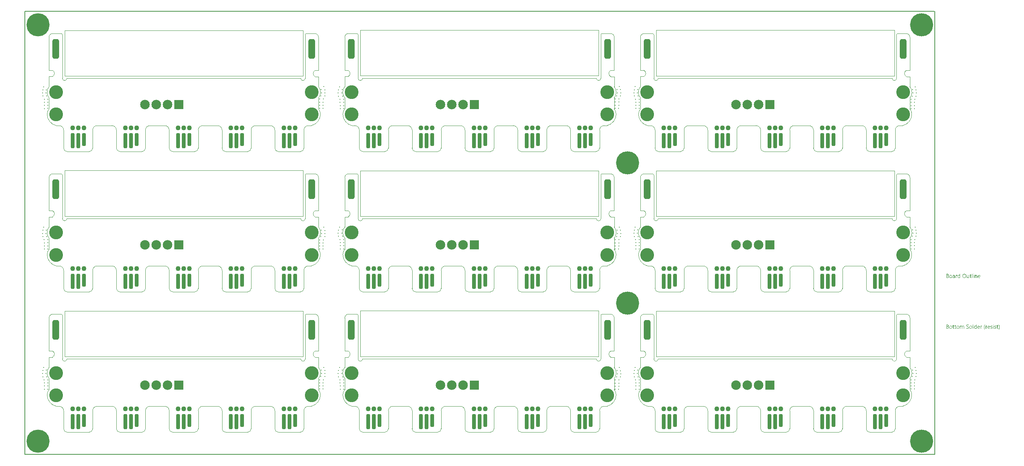
<source format=gbs>
G04*
G04 #@! TF.GenerationSoftware,Altium Limited,Altium Designer,21.9.2 (33)*
G04*
G04 Layer_Color=16711935*
%FSAX25Y25*%
%MOIN*%
G70*
G04*
G04 #@! TF.SameCoordinates,9AFEED1E-AE17-47F1-92C9-C8DABB606C96*
G04*
G04*
G04 #@! TF.FilePolarity,Negative*
G04*
G01*
G75*
%ADD36C,0.00787*%
%ADD37C,0.00394*%
G04:AMPARAMS|DCode=44|XSize=35.43mil|YSize=135.83mil|CornerRadius=13.82mil|HoleSize=0mil|Usage=FLASHONLY|Rotation=180.000|XOffset=0mil|YOffset=0mil|HoleType=Round|Shape=RoundedRectangle|*
%AMROUNDEDRECTD44*
21,1,0.03543,0.10819,0,0,180.0*
21,1,0.00780,0.13583,0,0,180.0*
1,1,0.02764,-0.00390,0.05409*
1,1,0.02764,0.00390,0.05409*
1,1,0.02764,0.00390,-0.05409*
1,1,0.02764,-0.00390,-0.05409*
%
%ADD44ROUNDEDRECTD44*%
G04:AMPARAMS|DCode=45|XSize=35.43mil|YSize=116.14mil|CornerRadius=13.82mil|HoleSize=0mil|Usage=FLASHONLY|Rotation=180.000|XOffset=0mil|YOffset=0mil|HoleType=Round|Shape=RoundedRectangle|*
%AMROUNDEDRECTD45*
21,1,0.03543,0.08850,0,0,180.0*
21,1,0.00780,0.11614,0,0,180.0*
1,1,0.02764,-0.00390,0.04425*
1,1,0.02764,0.00390,0.04425*
1,1,0.02764,0.00390,-0.04425*
1,1,0.02764,-0.00390,-0.04425*
%
%ADD45ROUNDEDRECTD45*%
%ADD46C,0.04331*%
%ADD66C,0.20485*%
%ADD67C,0.00800*%
G04:AMPARAMS|DCode=68|XSize=57.09mil|YSize=175.2mil|CornerRadius=15.75mil|HoleSize=0mil|Usage=FLASHONLY|Rotation=0.000|XOffset=0mil|YOffset=0mil|HoleType=Round|Shape=RoundedRectangle|*
%AMROUNDEDRECTD68*
21,1,0.05709,0.14370,0,0,0.0*
21,1,0.02559,0.17520,0,0,0.0*
1,1,0.03150,0.01280,-0.07185*
1,1,0.03150,-0.01280,-0.07185*
1,1,0.03150,-0.01280,0.07185*
1,1,0.03150,0.01280,0.07185*
%
%ADD68ROUNDEDRECTD68*%
%ADD69C,0.00591*%
%ADD70C,0.08465*%
%ADD71R,0.08465X0.08465*%
%ADD72C,0.12205*%
%ADD73C,0.00197*%
G36*
X0820469Y0140433D02*
X0820494D01*
X0820549Y0140408D01*
X0820580Y0140390D01*
X0820611Y0140365D01*
X0820617Y0140358D01*
X0820624Y0140352D01*
X0820655Y0140315D01*
X0820679Y0140253D01*
X0820686Y0140216D01*
X0820692Y0140179D01*
Y0140173D01*
Y0140160D01*
X0820686Y0140142D01*
X0820679Y0140117D01*
X0820661Y0140055D01*
X0820636Y0140024D01*
X0820611Y0139993D01*
X0820605D01*
X0820599Y0139981D01*
X0820562Y0139956D01*
X0820506Y0139931D01*
X0820469Y0139925D01*
X0820432Y0139919D01*
X0820413D01*
X0820395Y0139925D01*
X0820370D01*
X0820308Y0139950D01*
X0820277Y0139962D01*
X0820246Y0139987D01*
Y0139993D01*
X0820234Y0139999D01*
X0820221Y0140018D01*
X0820209Y0140037D01*
X0820184Y0140099D01*
X0820178Y0140136D01*
X0820172Y0140179D01*
Y0140185D01*
Y0140198D01*
X0820178Y0140216D01*
X0820184Y0140247D01*
X0820203Y0140303D01*
X0820221Y0140334D01*
X0820246Y0140365D01*
X0820252Y0140371D01*
X0820259Y0140377D01*
X0820296Y0140402D01*
X0820358Y0140427D01*
X0820395Y0140439D01*
X0820450D01*
X0820469Y0140433D01*
D02*
G37*
G36*
X0808479Y0136768D02*
X0808077D01*
Y0137189D01*
X0808064D01*
Y0137183D01*
X0808052Y0137171D01*
X0808033Y0137146D01*
X0808015Y0137115D01*
X0807984Y0137078D01*
X0807947Y0137041D01*
X0807903Y0136997D01*
X0807854Y0136954D01*
X0807798Y0136905D01*
X0807730Y0136861D01*
X0807662Y0136824D01*
X0807581Y0136787D01*
X0807501Y0136756D01*
X0807408Y0136731D01*
X0807309Y0136719D01*
X0807204Y0136713D01*
X0807160D01*
X0807123Y0136719D01*
X0807086Y0136725D01*
X0807037Y0136731D01*
X0806931Y0136756D01*
X0806808Y0136793D01*
X0806684Y0136855D01*
X0806616Y0136892D01*
X0806560Y0136935D01*
X0806498Y0136991D01*
X0806442Y0137047D01*
Y0137053D01*
X0806430Y0137065D01*
X0806418Y0137084D01*
X0806399Y0137109D01*
X0806380Y0137140D01*
X0806356Y0137183D01*
X0806331Y0137233D01*
X0806306Y0137288D01*
X0806275Y0137350D01*
X0806250Y0137418D01*
X0806226Y0137493D01*
X0806207Y0137573D01*
X0806189Y0137660D01*
X0806176Y0137759D01*
X0806170Y0137858D01*
X0806164Y0137963D01*
Y0137969D01*
Y0137988D01*
Y0138025D01*
X0806170Y0138068D01*
X0806176Y0138118D01*
X0806182Y0138180D01*
X0806189Y0138248D01*
X0806201Y0138322D01*
X0806238Y0138483D01*
X0806294Y0138650D01*
X0806331Y0138731D01*
X0806374Y0138811D01*
X0806418Y0138885D01*
X0806473Y0138960D01*
X0806479Y0138966D01*
X0806486Y0138978D01*
X0806504Y0138997D01*
X0806529Y0139022D01*
X0806560Y0139046D01*
X0806603Y0139077D01*
X0806647Y0139114D01*
X0806696Y0139152D01*
X0806820Y0139220D01*
X0806962Y0139281D01*
X0807043Y0139300D01*
X0807129Y0139319D01*
X0807216Y0139331D01*
X0807315Y0139337D01*
X0807365D01*
X0807402Y0139331D01*
X0807439Y0139325D01*
X0807489Y0139319D01*
X0807600Y0139288D01*
X0807724Y0139238D01*
X0807786Y0139207D01*
X0807847Y0139164D01*
X0807909Y0139120D01*
X0807965Y0139065D01*
X0808015Y0139003D01*
X0808064Y0138929D01*
X0808077D01*
Y0140489D01*
X0808479D01*
Y0136768D01*
D02*
G37*
G36*
X0822747Y0139331D02*
X0822821Y0139325D01*
X0822914Y0139306D01*
X0823013Y0139275D01*
X0823118Y0139226D01*
X0823223Y0139158D01*
X0823267Y0139120D01*
X0823310Y0139071D01*
X0823322Y0139059D01*
X0823347Y0139022D01*
X0823378Y0138960D01*
X0823422Y0138873D01*
X0823459Y0138768D01*
X0823496Y0138638D01*
X0823521Y0138483D01*
X0823527Y0138303D01*
Y0136768D01*
X0823124D01*
Y0138198D01*
Y0138204D01*
Y0138235D01*
X0823118Y0138273D01*
Y0138322D01*
X0823106Y0138384D01*
X0823094Y0138452D01*
X0823075Y0138526D01*
X0823050Y0138601D01*
X0823019Y0138675D01*
X0822982Y0138743D01*
X0822933Y0138811D01*
X0822877Y0138873D01*
X0822815Y0138923D01*
X0822735Y0138960D01*
X0822648Y0138990D01*
X0822543Y0138997D01*
X0822530D01*
X0822493Y0138990D01*
X0822437Y0138984D01*
X0822369Y0138966D01*
X0822289Y0138941D01*
X0822202Y0138898D01*
X0822122Y0138842D01*
X0822041Y0138768D01*
X0822035Y0138755D01*
X0822010Y0138731D01*
X0821979Y0138681D01*
X0821942Y0138613D01*
X0821905Y0138532D01*
X0821874Y0138433D01*
X0821849Y0138322D01*
X0821843Y0138198D01*
Y0136768D01*
X0821441D01*
Y0139281D01*
X0821843D01*
Y0138860D01*
X0821856D01*
X0821862Y0138867D01*
X0821868Y0138879D01*
X0821886Y0138904D01*
X0821911Y0138935D01*
X0821936Y0138972D01*
X0821973Y0139009D01*
X0822016Y0139052D01*
X0822066Y0139102D01*
X0822122Y0139145D01*
X0822184Y0139189D01*
X0822252Y0139226D01*
X0822326Y0139263D01*
X0822400Y0139294D01*
X0822487Y0139319D01*
X0822580Y0139331D01*
X0822679Y0139337D01*
X0822716D01*
X0822747Y0139331D01*
D02*
G37*
G36*
X0805749Y0139319D02*
X0805823Y0139312D01*
X0805867Y0139300D01*
X0805898Y0139288D01*
Y0138873D01*
X0805892Y0138879D01*
X0805879Y0138885D01*
X0805854Y0138898D01*
X0805823Y0138916D01*
X0805780Y0138929D01*
X0805724Y0138941D01*
X0805662Y0138947D01*
X0805594Y0138953D01*
X0805582D01*
X0805551Y0138947D01*
X0805501Y0138941D01*
X0805446Y0138923D01*
X0805371Y0138891D01*
X0805303Y0138848D01*
X0805229Y0138786D01*
X0805161Y0138706D01*
X0805155Y0138693D01*
X0805136Y0138663D01*
X0805105Y0138607D01*
X0805074Y0138532D01*
X0805044Y0138440D01*
X0805013Y0138322D01*
X0804994Y0138192D01*
X0804988Y0138043D01*
Y0136768D01*
X0804585D01*
Y0139281D01*
X0804988D01*
Y0138761D01*
X0805000D01*
Y0138768D01*
X0805006Y0138774D01*
X0805019Y0138805D01*
X0805037Y0138854D01*
X0805068Y0138916D01*
X0805099Y0138978D01*
X0805149Y0139046D01*
X0805198Y0139114D01*
X0805260Y0139176D01*
X0805266Y0139182D01*
X0805291Y0139201D01*
X0805328Y0139226D01*
X0805378Y0139251D01*
X0805433Y0139275D01*
X0805501Y0139300D01*
X0805576Y0139319D01*
X0805656Y0139325D01*
X0805712D01*
X0805749Y0139319D01*
D02*
G37*
G36*
X0816489Y0136768D02*
X0816086D01*
Y0137164D01*
X0816074D01*
Y0137158D01*
X0816062Y0137146D01*
X0816049Y0137121D01*
X0816024Y0137096D01*
X0815969Y0137022D01*
X0815882Y0136942D01*
X0815833Y0136898D01*
X0815777Y0136855D01*
X0815715Y0136818D01*
X0815641Y0136781D01*
X0815566Y0136756D01*
X0815486Y0136731D01*
X0815393Y0136719D01*
X0815300Y0136713D01*
X0815263D01*
X0815220Y0136719D01*
X0815158Y0136731D01*
X0815090Y0136744D01*
X0815016Y0136768D01*
X0814935Y0136799D01*
X0814855Y0136849D01*
X0814768Y0136905D01*
X0814688Y0136973D01*
X0814613Y0137059D01*
X0814545Y0137164D01*
X0814483Y0137282D01*
X0814440Y0137425D01*
X0814415Y0137592D01*
X0814403Y0137678D01*
Y0137777D01*
Y0139281D01*
X0814799D01*
Y0137839D01*
Y0137833D01*
Y0137808D01*
X0814805Y0137765D01*
X0814811Y0137715D01*
X0814818Y0137654D01*
X0814830Y0137592D01*
X0814848Y0137517D01*
X0814873Y0137443D01*
X0814910Y0137369D01*
X0814948Y0137301D01*
X0814997Y0137233D01*
X0815059Y0137171D01*
X0815127Y0137121D01*
X0815207Y0137084D01*
X0815306Y0137053D01*
X0815412Y0137047D01*
X0815424D01*
X0815461Y0137053D01*
X0815517Y0137059D01*
X0815579Y0137072D01*
X0815659Y0137103D01*
X0815740Y0137140D01*
X0815820Y0137189D01*
X0815895Y0137264D01*
X0815901Y0137276D01*
X0815926Y0137301D01*
X0815956Y0137350D01*
X0815994Y0137418D01*
X0816024Y0137499D01*
X0816055Y0137598D01*
X0816080Y0137709D01*
X0816086Y0137833D01*
Y0139281D01*
X0816489D01*
Y0136768D01*
D02*
G37*
G36*
X0820624D02*
X0820221D01*
Y0139281D01*
X0820624D01*
Y0136768D01*
D02*
G37*
G36*
X0819404D02*
X0819002D01*
Y0140489D01*
X0819404D01*
Y0136768D01*
D02*
G37*
G36*
X0803026Y0139331D02*
X0803081Y0139325D01*
X0803149Y0139306D01*
X0803224Y0139288D01*
X0803304Y0139257D01*
X0803391Y0139220D01*
X0803471Y0139170D01*
X0803552Y0139108D01*
X0803626Y0139034D01*
X0803694Y0138941D01*
X0803750Y0138836D01*
X0803793Y0138712D01*
X0803818Y0138570D01*
X0803830Y0138402D01*
Y0136768D01*
X0803428D01*
Y0137158D01*
X0803415D01*
Y0137152D01*
X0803403Y0137140D01*
X0803391Y0137115D01*
X0803366Y0137090D01*
X0803304Y0137016D01*
X0803224Y0136935D01*
X0803112Y0136855D01*
X0802982Y0136781D01*
X0802902Y0136756D01*
X0802821Y0136731D01*
X0802735Y0136719D01*
X0802642Y0136713D01*
X0802605D01*
X0802580Y0136719D01*
X0802512Y0136725D01*
X0802431Y0136737D01*
X0802332Y0136762D01*
X0802239Y0136793D01*
X0802140Y0136843D01*
X0802054Y0136905D01*
X0802048Y0136917D01*
X0802023Y0136942D01*
X0801986Y0136985D01*
X0801948Y0137047D01*
X0801911Y0137121D01*
X0801874Y0137208D01*
X0801849Y0137313D01*
X0801843Y0137431D01*
Y0137437D01*
Y0137462D01*
X0801849Y0137499D01*
X0801856Y0137542D01*
X0801868Y0137598D01*
X0801886Y0137660D01*
X0801911Y0137728D01*
X0801948Y0137796D01*
X0801992Y0137870D01*
X0802048Y0137944D01*
X0802116Y0138013D01*
X0802196Y0138074D01*
X0802289Y0138136D01*
X0802400Y0138186D01*
X0802524Y0138223D01*
X0802673Y0138254D01*
X0803428Y0138359D01*
Y0138365D01*
Y0138384D01*
X0803422Y0138421D01*
Y0138458D01*
X0803409Y0138508D01*
X0803403Y0138563D01*
X0803366Y0138681D01*
X0803335Y0138737D01*
X0803304Y0138793D01*
X0803261Y0138848D01*
X0803211Y0138898D01*
X0803149Y0138941D01*
X0803081Y0138972D01*
X0803001Y0138990D01*
X0802908Y0138997D01*
X0802865D01*
X0802834Y0138990D01*
X0802790D01*
X0802747Y0138978D01*
X0802635Y0138960D01*
X0802512Y0138923D01*
X0802376Y0138867D01*
X0802301Y0138830D01*
X0802233Y0138793D01*
X0802159Y0138743D01*
X0802091Y0138687D01*
Y0139102D01*
X0802097D01*
X0802109Y0139114D01*
X0802128Y0139127D01*
X0802159Y0139139D01*
X0802190Y0139158D01*
X0802233Y0139176D01*
X0802283Y0139195D01*
X0802338Y0139220D01*
X0802462Y0139263D01*
X0802611Y0139300D01*
X0802772Y0139325D01*
X0802945Y0139337D01*
X0802982D01*
X0803026Y0139331D01*
D02*
G37*
G36*
X0797337Y0140278D02*
X0797380D01*
X0797424Y0140272D01*
X0797523Y0140260D01*
X0797640Y0140228D01*
X0797764Y0140191D01*
X0797882Y0140136D01*
X0797987Y0140061D01*
X0797993D01*
X0797999Y0140049D01*
X0798030Y0140024D01*
X0798073Y0139975D01*
X0798123Y0139907D01*
X0798166Y0139820D01*
X0798210Y0139721D01*
X0798241Y0139610D01*
X0798253Y0139548D01*
Y0139479D01*
Y0139473D01*
Y0139467D01*
Y0139430D01*
X0798247Y0139374D01*
X0798235Y0139306D01*
X0798216Y0139220D01*
X0798185Y0139133D01*
X0798148Y0139046D01*
X0798092Y0138960D01*
X0798086Y0138947D01*
X0798061Y0138923D01*
X0798024Y0138885D01*
X0797974Y0138836D01*
X0797913Y0138786D01*
X0797838Y0138731D01*
X0797745Y0138687D01*
X0797646Y0138644D01*
Y0138638D01*
X0797665D01*
X0797683Y0138631D01*
X0797702Y0138625D01*
X0797770Y0138613D01*
X0797851Y0138588D01*
X0797937Y0138551D01*
X0798030Y0138508D01*
X0798123Y0138446D01*
X0798210Y0138365D01*
X0798222Y0138353D01*
X0798247Y0138322D01*
X0798278Y0138279D01*
X0798321Y0138211D01*
X0798358Y0138124D01*
X0798395Y0138025D01*
X0798420Y0137907D01*
X0798426Y0137777D01*
Y0137771D01*
Y0137759D01*
Y0137734D01*
X0798420Y0137703D01*
X0798414Y0137666D01*
X0798408Y0137623D01*
X0798383Y0137517D01*
X0798346Y0137400D01*
X0798290Y0137276D01*
X0798253Y0137220D01*
X0798210Y0137158D01*
X0798154Y0137103D01*
X0798098Y0137047D01*
X0798092D01*
X0798086Y0137034D01*
X0798067Y0137022D01*
X0798043Y0137004D01*
X0798012Y0136985D01*
X0797968Y0136960D01*
X0797875Y0136911D01*
X0797758Y0136855D01*
X0797622Y0136812D01*
X0797461Y0136781D01*
X0797380Y0136775D01*
X0797287Y0136768D01*
X0796260D01*
Y0140284D01*
X0797306D01*
X0797337Y0140278D01*
D02*
G37*
G36*
X0817832Y0139281D02*
X0818470D01*
Y0138935D01*
X0817832D01*
Y0137517D01*
Y0137505D01*
Y0137474D01*
X0817838Y0137431D01*
X0817844Y0137375D01*
X0817869Y0137257D01*
X0817888Y0137202D01*
X0817919Y0137158D01*
X0817925Y0137152D01*
X0817937Y0137140D01*
X0817956Y0137127D01*
X0817987Y0137109D01*
X0818024Y0137084D01*
X0818073Y0137072D01*
X0818135Y0137059D01*
X0818203Y0137053D01*
X0818228D01*
X0818259Y0137059D01*
X0818296Y0137065D01*
X0818383Y0137090D01*
X0818426Y0137109D01*
X0818470Y0137134D01*
Y0136787D01*
X0818463D01*
X0818445Y0136775D01*
X0818414Y0136768D01*
X0818371Y0136756D01*
X0818315Y0136744D01*
X0818253Y0136731D01*
X0818179Y0136725D01*
X0818092Y0136719D01*
X0818061D01*
X0818030Y0136725D01*
X0817987Y0136731D01*
X0817937Y0136744D01*
X0817881Y0136756D01*
X0817826Y0136781D01*
X0817764Y0136812D01*
X0817702Y0136849D01*
X0817640Y0136898D01*
X0817584Y0136954D01*
X0817535Y0137028D01*
X0817492Y0137109D01*
X0817461Y0137208D01*
X0817436Y0137319D01*
X0817430Y0137449D01*
Y0138935D01*
X0817002D01*
Y0139281D01*
X0817430D01*
Y0139894D01*
X0817832Y0140024D01*
Y0139281D01*
D02*
G37*
G36*
X0825359Y0139331D02*
X0825402Y0139325D01*
X0825446Y0139319D01*
X0825557Y0139300D01*
X0825681Y0139257D01*
X0825805Y0139201D01*
X0825867Y0139164D01*
X0825928Y0139120D01*
X0825984Y0139071D01*
X0826040Y0139015D01*
X0826046Y0139009D01*
X0826052Y0139003D01*
X0826065Y0138984D01*
X0826083Y0138960D01*
X0826102Y0138923D01*
X0826127Y0138885D01*
X0826151Y0138842D01*
X0826176Y0138786D01*
X0826201Y0138724D01*
X0826226Y0138663D01*
X0826250Y0138588D01*
X0826269Y0138508D01*
X0826287Y0138421D01*
X0826300Y0138334D01*
X0826312Y0138235D01*
Y0138130D01*
Y0137920D01*
X0824536D01*
Y0137914D01*
Y0137901D01*
Y0137882D01*
X0824542Y0137852D01*
X0824548Y0137814D01*
Y0137777D01*
X0824567Y0137678D01*
X0824598Y0137579D01*
X0824635Y0137468D01*
X0824691Y0137363D01*
X0824759Y0137270D01*
X0824771Y0137257D01*
X0824796Y0137233D01*
X0824845Y0137202D01*
X0824913Y0137158D01*
X0825000Y0137115D01*
X0825099Y0137084D01*
X0825217Y0137059D01*
X0825353Y0137047D01*
X0825396D01*
X0825427Y0137053D01*
X0825464D01*
X0825508Y0137059D01*
X0825613Y0137084D01*
X0825730Y0137115D01*
X0825860Y0137164D01*
X0825997Y0137233D01*
X0826065Y0137276D01*
X0826133Y0137325D01*
Y0136948D01*
X0826127D01*
X0826120Y0136935D01*
X0826102Y0136929D01*
X0826071Y0136911D01*
X0826040Y0136892D01*
X0826003Y0136874D01*
X0825953Y0136855D01*
X0825904Y0136830D01*
X0825842Y0136805D01*
X0825774Y0136787D01*
X0825625Y0136750D01*
X0825452Y0136725D01*
X0825260Y0136713D01*
X0825210D01*
X0825173Y0136719D01*
X0825130Y0136725D01*
X0825074Y0136731D01*
X0824957Y0136756D01*
X0824821Y0136793D01*
X0824684Y0136855D01*
X0824616Y0136898D01*
X0824548Y0136942D01*
X0824486Y0136991D01*
X0824424Y0137053D01*
X0824418Y0137059D01*
X0824412Y0137072D01*
X0824400Y0137090D01*
X0824375Y0137115D01*
X0824356Y0137152D01*
X0824331Y0137195D01*
X0824300Y0137245D01*
X0824276Y0137301D01*
X0824245Y0137363D01*
X0824220Y0137437D01*
X0824189Y0137517D01*
X0824171Y0137604D01*
X0824152Y0137697D01*
X0824133Y0137796D01*
X0824127Y0137901D01*
X0824121Y0138013D01*
Y0138019D01*
Y0138037D01*
Y0138068D01*
X0824127Y0138112D01*
X0824133Y0138161D01*
X0824140Y0138217D01*
X0824146Y0138285D01*
X0824164Y0138353D01*
X0824201Y0138502D01*
X0824257Y0138663D01*
X0824294Y0138743D01*
X0824344Y0138817D01*
X0824393Y0138898D01*
X0824449Y0138966D01*
X0824455Y0138972D01*
X0824468Y0138984D01*
X0824486Y0139003D01*
X0824511Y0139022D01*
X0824542Y0139052D01*
X0824579Y0139083D01*
X0824629Y0139114D01*
X0824678Y0139152D01*
X0824796Y0139220D01*
X0824938Y0139281D01*
X0825019Y0139300D01*
X0825099Y0139319D01*
X0825186Y0139331D01*
X0825279Y0139337D01*
X0825328D01*
X0825359Y0139331D01*
D02*
G37*
G36*
X0812317Y0140340D02*
X0812379Y0140334D01*
X0812453Y0140321D01*
X0812533Y0140303D01*
X0812620Y0140284D01*
X0812707Y0140260D01*
X0812806Y0140228D01*
X0812899Y0140185D01*
X0812998Y0140136D01*
X0813097Y0140080D01*
X0813190Y0140012D01*
X0813282Y0139938D01*
X0813369Y0139851D01*
X0813375Y0139845D01*
X0813388Y0139826D01*
X0813412Y0139801D01*
X0813437Y0139764D01*
X0813474Y0139715D01*
X0813511Y0139653D01*
X0813548Y0139585D01*
X0813592Y0139511D01*
X0813635Y0139418D01*
X0813672Y0139325D01*
X0813710Y0139220D01*
X0813747Y0139102D01*
X0813771Y0138984D01*
X0813796Y0138854D01*
X0813809Y0138712D01*
X0813815Y0138570D01*
Y0138557D01*
Y0138532D01*
Y0138489D01*
X0813809Y0138427D01*
X0813802Y0138353D01*
X0813790Y0138273D01*
X0813778Y0138180D01*
X0813759Y0138074D01*
X0813734Y0137969D01*
X0813703Y0137858D01*
X0813666Y0137746D01*
X0813623Y0137635D01*
X0813567Y0137517D01*
X0813505Y0137412D01*
X0813437Y0137307D01*
X0813357Y0137208D01*
X0813350Y0137202D01*
X0813338Y0137189D01*
X0813307Y0137164D01*
X0813276Y0137134D01*
X0813227Y0137090D01*
X0813171Y0137053D01*
X0813109Y0137004D01*
X0813035Y0136960D01*
X0812954Y0136917D01*
X0812861Y0136867D01*
X0812762Y0136830D01*
X0812651Y0136793D01*
X0812533Y0136756D01*
X0812410Y0136731D01*
X0812280Y0136719D01*
X0812137Y0136713D01*
X0812106D01*
X0812063Y0136719D01*
X0812013D01*
X0811952Y0136725D01*
X0811877Y0136737D01*
X0811797Y0136756D01*
X0811704Y0136775D01*
X0811611Y0136799D01*
X0811512Y0136830D01*
X0811413Y0136874D01*
X0811314Y0136917D01*
X0811215Y0136973D01*
X0811116Y0137041D01*
X0811023Y0137115D01*
X0810936Y0137202D01*
X0810930Y0137208D01*
X0810918Y0137226D01*
X0810893Y0137251D01*
X0810868Y0137288D01*
X0810831Y0137338D01*
X0810794Y0137400D01*
X0810757Y0137468D01*
X0810713Y0137548D01*
X0810670Y0137635D01*
X0810633Y0137728D01*
X0810596Y0137833D01*
X0810559Y0137951D01*
X0810534Y0138068D01*
X0810509Y0138198D01*
X0810497Y0138341D01*
X0810491Y0138483D01*
Y0138495D01*
Y0138520D01*
X0810497Y0138563D01*
Y0138625D01*
X0810503Y0138693D01*
X0810515Y0138780D01*
X0810528Y0138873D01*
X0810546Y0138972D01*
X0810571Y0139077D01*
X0810602Y0139189D01*
X0810639Y0139300D01*
X0810682Y0139411D01*
X0810738Y0139523D01*
X0810800Y0139634D01*
X0810868Y0139740D01*
X0810949Y0139839D01*
X0810955Y0139845D01*
X0810967Y0139863D01*
X0810998Y0139888D01*
X0811035Y0139919D01*
X0811079Y0139956D01*
X0811134Y0139999D01*
X0811203Y0140043D01*
X0811277Y0140092D01*
X0811363Y0140142D01*
X0811456Y0140185D01*
X0811555Y0140228D01*
X0811667Y0140266D01*
X0811790Y0140297D01*
X0811921Y0140328D01*
X0812057Y0140340D01*
X0812199Y0140346D01*
X0812267D01*
X0812317Y0140340D01*
D02*
G37*
G36*
X0800290Y0139331D02*
X0800333Y0139325D01*
X0800389Y0139319D01*
X0800512Y0139294D01*
X0800655Y0139251D01*
X0800797Y0139189D01*
X0800871Y0139152D01*
X0800939Y0139108D01*
X0801008Y0139052D01*
X0801070Y0138990D01*
X0801076Y0138984D01*
X0801082Y0138972D01*
X0801100Y0138953D01*
X0801119Y0138929D01*
X0801144Y0138891D01*
X0801169Y0138848D01*
X0801200Y0138799D01*
X0801230Y0138743D01*
X0801255Y0138675D01*
X0801286Y0138607D01*
X0801311Y0138526D01*
X0801336Y0138440D01*
X0801354Y0138347D01*
X0801373Y0138248D01*
X0801379Y0138143D01*
X0801385Y0138031D01*
Y0138025D01*
Y0138006D01*
Y0137975D01*
X0801379Y0137932D01*
X0801373Y0137882D01*
X0801367Y0137821D01*
X0801354Y0137759D01*
X0801342Y0137684D01*
X0801305Y0137536D01*
X0801243Y0137375D01*
X0801206Y0137294D01*
X0801156Y0137214D01*
X0801107Y0137140D01*
X0801045Y0137072D01*
X0801038Y0137065D01*
X0801026Y0137059D01*
X0801008Y0137041D01*
X0800983Y0137016D01*
X0800946Y0136991D01*
X0800908Y0136960D01*
X0800859Y0136923D01*
X0800803Y0136892D01*
X0800741Y0136861D01*
X0800673Y0136824D01*
X0800599Y0136793D01*
X0800519Y0136768D01*
X0800432Y0136744D01*
X0800339Y0136731D01*
X0800240Y0136719D01*
X0800135Y0136713D01*
X0800079D01*
X0800042Y0136719D01*
X0799999Y0136725D01*
X0799943Y0136731D01*
X0799881Y0136744D01*
X0799813Y0136756D01*
X0799671Y0136799D01*
X0799522Y0136861D01*
X0799448Y0136898D01*
X0799380Y0136948D01*
X0799311Y0136997D01*
X0799243Y0137059D01*
X0799237Y0137065D01*
X0799231Y0137078D01*
X0799213Y0137096D01*
X0799194Y0137121D01*
X0799169Y0137158D01*
X0799138Y0137202D01*
X0799107Y0137251D01*
X0799083Y0137307D01*
X0799052Y0137375D01*
X0799021Y0137443D01*
X0798990Y0137517D01*
X0798965Y0137604D01*
X0798928Y0137790D01*
X0798921Y0137889D01*
X0798915Y0137994D01*
Y0138000D01*
Y0138025D01*
Y0138056D01*
X0798921Y0138099D01*
X0798928Y0138149D01*
X0798934Y0138211D01*
X0798946Y0138279D01*
X0798959Y0138353D01*
X0798996Y0138514D01*
X0799058Y0138675D01*
X0799101Y0138755D01*
X0799144Y0138836D01*
X0799194Y0138910D01*
X0799256Y0138978D01*
X0799262Y0138984D01*
X0799274Y0138997D01*
X0799293Y0139009D01*
X0799318Y0139034D01*
X0799355Y0139059D01*
X0799398Y0139090D01*
X0799448Y0139127D01*
X0799503Y0139158D01*
X0799565Y0139189D01*
X0799640Y0139226D01*
X0799714Y0139257D01*
X0799800Y0139281D01*
X0799887Y0139306D01*
X0799986Y0139325D01*
X0800091Y0139331D01*
X0800197Y0139337D01*
X0800252D01*
X0800290Y0139331D01*
D02*
G37*
G36*
X0837900Y0095506D02*
X0837925D01*
X0837980Y0095482D01*
X0838011Y0095463D01*
X0838042Y0095438D01*
X0838048Y0095432D01*
X0838055Y0095426D01*
X0838086Y0095389D01*
X0838110Y0095327D01*
X0838117Y0095290D01*
X0838123Y0095253D01*
Y0095246D01*
Y0095234D01*
X0838117Y0095215D01*
X0838110Y0095191D01*
X0838092Y0095129D01*
X0838067Y0095098D01*
X0838042Y0095067D01*
X0838036D01*
X0838030Y0095054D01*
X0837993Y0095030D01*
X0837937Y0095005D01*
X0837900Y0094999D01*
X0837863Y0094993D01*
X0837844D01*
X0837826Y0094999D01*
X0837801D01*
X0837739Y0095024D01*
X0837708Y0095036D01*
X0837677Y0095061D01*
Y0095067D01*
X0837665Y0095073D01*
X0837652Y0095092D01*
X0837640Y0095110D01*
X0837615Y0095172D01*
X0837609Y0095209D01*
X0837603Y0095253D01*
Y0095259D01*
Y0095271D01*
X0837609Y0095290D01*
X0837615Y0095321D01*
X0837634Y0095376D01*
X0837652Y0095407D01*
X0837677Y0095438D01*
X0837683Y0095444D01*
X0837689Y0095451D01*
X0837727Y0095475D01*
X0837789Y0095500D01*
X0837826Y0095512D01*
X0837881D01*
X0837900Y0095506D01*
D02*
G37*
G36*
X0815331Y0095414D02*
X0815381D01*
X0815492Y0095401D01*
X0815616Y0095389D01*
X0815740Y0095364D01*
X0815857Y0095333D01*
X0815907Y0095314D01*
X0815956Y0095290D01*
Y0094825D01*
X0815950D01*
X0815944Y0094838D01*
X0815926Y0094844D01*
X0815901Y0094863D01*
X0815870Y0094875D01*
X0815833Y0094893D01*
X0815740Y0094937D01*
X0815628Y0094974D01*
X0815492Y0095011D01*
X0815331Y0095036D01*
X0815158Y0095042D01*
X0815108D01*
X0815071Y0095036D01*
X0815034D01*
X0814985Y0095030D01*
X0814886Y0095011D01*
X0814879D01*
X0814861Y0095005D01*
X0814836Y0094999D01*
X0814805Y0094993D01*
X0814731Y0094962D01*
X0814644Y0094924D01*
X0814638D01*
X0814626Y0094912D01*
X0814607Y0094900D01*
X0814582Y0094881D01*
X0814526Y0094825D01*
X0814471Y0094757D01*
Y0094751D01*
X0814458Y0094739D01*
X0814452Y0094720D01*
X0814440Y0094689D01*
X0814427Y0094652D01*
X0814421Y0094615D01*
X0814409Y0094516D01*
Y0094510D01*
Y0094491D01*
Y0094466D01*
X0814415Y0094435D01*
X0814427Y0094361D01*
X0814458Y0094281D01*
Y0094274D01*
X0814471Y0094262D01*
X0814477Y0094244D01*
X0814496Y0094219D01*
X0814545Y0094163D01*
X0814607Y0094101D01*
X0814613Y0094095D01*
X0814626Y0094089D01*
X0814644Y0094070D01*
X0814675Y0094052D01*
X0814712Y0094027D01*
X0814749Y0094002D01*
X0814848Y0093940D01*
X0814855Y0093934D01*
X0814873Y0093928D01*
X0814904Y0093909D01*
X0814941Y0093891D01*
X0814991Y0093866D01*
X0815047Y0093841D01*
X0815170Y0093779D01*
X0815176Y0093773D01*
X0815201Y0093761D01*
X0815238Y0093742D01*
X0815288Y0093717D01*
X0815344Y0093693D01*
X0815405Y0093656D01*
X0815529Y0093581D01*
X0815536Y0093575D01*
X0815560Y0093563D01*
X0815591Y0093544D01*
X0815635Y0093513D01*
X0815727Y0093439D01*
X0815826Y0093352D01*
X0815833Y0093346D01*
X0815851Y0093334D01*
X0815870Y0093303D01*
X0815901Y0093272D01*
X0815932Y0093228D01*
X0815969Y0093185D01*
X0816031Y0093074D01*
X0816037Y0093067D01*
X0816043Y0093049D01*
X0816055Y0093018D01*
X0816068Y0092975D01*
X0816080Y0092925D01*
X0816093Y0092863D01*
X0816105Y0092801D01*
Y0092727D01*
Y0092715D01*
Y0092684D01*
X0816099Y0092634D01*
X0816093Y0092572D01*
X0816080Y0092504D01*
X0816062Y0092430D01*
X0816037Y0092356D01*
X0816000Y0092287D01*
X0815994Y0092281D01*
X0815981Y0092257D01*
X0815956Y0092226D01*
X0815932Y0092182D01*
X0815888Y0092139D01*
X0815845Y0092089D01*
X0815789Y0092040D01*
X0815727Y0091990D01*
X0815721Y0091984D01*
X0815696Y0091972D01*
X0815659Y0091953D01*
X0815610Y0091928D01*
X0815554Y0091904D01*
X0815486Y0091879D01*
X0815405Y0091854D01*
X0815325Y0091836D01*
X0815313D01*
X0815288Y0091829D01*
X0815245Y0091823D01*
X0815183Y0091811D01*
X0815115Y0091805D01*
X0815034Y0091792D01*
X0814948Y0091786D01*
X0814799D01*
X0814731Y0091792D01*
X0814644Y0091799D01*
X0814626D01*
X0814601Y0091805D01*
X0814570Y0091811D01*
X0814489Y0091817D01*
X0814396Y0091836D01*
X0814390D01*
X0814372Y0091842D01*
X0814347Y0091848D01*
X0814316Y0091854D01*
X0814242Y0091873D01*
X0814155Y0091897D01*
X0814149D01*
X0814137Y0091904D01*
X0814118Y0091910D01*
X0814093Y0091922D01*
X0814031Y0091947D01*
X0813969Y0091984D01*
Y0092467D01*
X0813976Y0092461D01*
X0813988Y0092455D01*
X0814000Y0092442D01*
X0814025Y0092424D01*
X0814093Y0092380D01*
X0814174Y0092331D01*
X0814180D01*
X0814192Y0092325D01*
X0814217Y0092312D01*
X0814248Y0092300D01*
X0814328Y0092263D01*
X0814415Y0092232D01*
X0814421D01*
X0814440Y0092226D01*
X0814465Y0092219D01*
X0814496Y0092213D01*
X0814582Y0092189D01*
X0814675Y0092170D01*
X0814700D01*
X0814725Y0092164D01*
X0814756D01*
X0814830Y0092158D01*
X0814917Y0092151D01*
X0814978D01*
X0815047Y0092158D01*
X0815133Y0092170D01*
X0815226Y0092182D01*
X0815319Y0092207D01*
X0815405Y0092244D01*
X0815486Y0092287D01*
X0815492Y0092294D01*
X0815517Y0092312D01*
X0815548Y0092349D01*
X0815579Y0092393D01*
X0815616Y0092449D01*
X0815641Y0092523D01*
X0815666Y0092603D01*
X0815672Y0092696D01*
Y0092702D01*
Y0092721D01*
Y0092746D01*
X0815666Y0092783D01*
X0815647Y0092863D01*
X0815610Y0092944D01*
Y0092950D01*
X0815597Y0092962D01*
X0815585Y0092981D01*
X0815566Y0093006D01*
X0815511Y0093067D01*
X0815436Y0093135D01*
X0815430Y0093142D01*
X0815418Y0093154D01*
X0815393Y0093167D01*
X0815362Y0093191D01*
X0815325Y0093216D01*
X0815282Y0093247D01*
X0815176Y0093303D01*
X0815170Y0093309D01*
X0815152Y0093315D01*
X0815121Y0093334D01*
X0815077Y0093352D01*
X0815034Y0093383D01*
X0814978Y0093408D01*
X0814848Y0093476D01*
X0814842Y0093482D01*
X0814818Y0093495D01*
X0814780Y0093513D01*
X0814737Y0093532D01*
X0814688Y0093563D01*
X0814632Y0093594D01*
X0814508Y0093662D01*
X0814502Y0093668D01*
X0814483Y0093680D01*
X0814452Y0093699D01*
X0814415Y0093724D01*
X0814322Y0093792D01*
X0814229Y0093872D01*
X0814223Y0093878D01*
X0814211Y0093891D01*
X0814186Y0093915D01*
X0814161Y0093946D01*
X0814130Y0093990D01*
X0814099Y0094033D01*
X0814044Y0094132D01*
Y0094138D01*
X0814031Y0094157D01*
X0814025Y0094188D01*
X0814013Y0094231D01*
X0814000Y0094281D01*
X0813988Y0094343D01*
X0813982Y0094405D01*
X0813976Y0094479D01*
Y0094491D01*
Y0094522D01*
X0813982Y0094565D01*
X0813988Y0094621D01*
X0814000Y0094689D01*
X0814019Y0094757D01*
X0814044Y0094825D01*
X0814081Y0094893D01*
X0814087Y0094900D01*
X0814099Y0094924D01*
X0814124Y0094955D01*
X0814155Y0094999D01*
X0814192Y0095042D01*
X0814242Y0095092D01*
X0814297Y0095141D01*
X0814359Y0095184D01*
X0814366Y0095191D01*
X0814390Y0095203D01*
X0814427Y0095228D01*
X0814471Y0095253D01*
X0814533Y0095277D01*
X0814595Y0095308D01*
X0814669Y0095333D01*
X0814749Y0095358D01*
X0814762D01*
X0814787Y0095370D01*
X0814830Y0095376D01*
X0814892Y0095389D01*
X0814960Y0095401D01*
X0815034Y0095407D01*
X0815201Y0095420D01*
X0815288D01*
X0815331Y0095414D01*
D02*
G37*
G36*
X0823063Y0091842D02*
X0822660D01*
Y0092263D01*
X0822648D01*
Y0092257D01*
X0822635Y0092244D01*
X0822617Y0092219D01*
X0822598Y0092189D01*
X0822567Y0092151D01*
X0822530Y0092114D01*
X0822487Y0092071D01*
X0822437Y0092027D01*
X0822382Y0091978D01*
X0822314Y0091935D01*
X0822246Y0091897D01*
X0822165Y0091860D01*
X0822085Y0091829D01*
X0821992Y0091805D01*
X0821893Y0091792D01*
X0821787Y0091786D01*
X0821744D01*
X0821707Y0091792D01*
X0821670Y0091799D01*
X0821620Y0091805D01*
X0821515Y0091829D01*
X0821391Y0091867D01*
X0821267Y0091928D01*
X0821199Y0091966D01*
X0821144Y0092009D01*
X0821082Y0092065D01*
X0821026Y0092120D01*
Y0092127D01*
X0821014Y0092139D01*
X0821001Y0092158D01*
X0820983Y0092182D01*
X0820964Y0092213D01*
X0820939Y0092257D01*
X0820915Y0092306D01*
X0820890Y0092362D01*
X0820859Y0092424D01*
X0820834Y0092492D01*
X0820809Y0092566D01*
X0820791Y0092646D01*
X0820772Y0092733D01*
X0820760Y0092832D01*
X0820754Y0092931D01*
X0820747Y0093037D01*
Y0093043D01*
Y0093061D01*
Y0093098D01*
X0820754Y0093142D01*
X0820760Y0093191D01*
X0820766Y0093253D01*
X0820772Y0093321D01*
X0820785Y0093396D01*
X0820822Y0093556D01*
X0820877Y0093724D01*
X0820915Y0093804D01*
X0820958Y0093884D01*
X0821001Y0093959D01*
X0821057Y0094033D01*
X0821063Y0094039D01*
X0821069Y0094052D01*
X0821088Y0094070D01*
X0821113Y0094095D01*
X0821144Y0094120D01*
X0821187Y0094151D01*
X0821230Y0094188D01*
X0821280Y0094225D01*
X0821404Y0094293D01*
X0821546Y0094355D01*
X0821626Y0094374D01*
X0821713Y0094392D01*
X0821800Y0094405D01*
X0821899Y0094411D01*
X0821948D01*
X0821986Y0094405D01*
X0822023Y0094398D01*
X0822072Y0094392D01*
X0822184Y0094361D01*
X0822307Y0094312D01*
X0822369Y0094281D01*
X0822431Y0094237D01*
X0822493Y0094194D01*
X0822549Y0094138D01*
X0822598Y0094076D01*
X0822648Y0094002D01*
X0822660D01*
Y0095562D01*
X0823063D01*
Y0091842D01*
D02*
G37*
G36*
X0839806Y0094405D02*
X0839887Y0094398D01*
X0839974Y0094386D01*
X0840073Y0094361D01*
X0840172Y0094336D01*
X0840271Y0094299D01*
Y0093891D01*
X0840258Y0093897D01*
X0840221Y0093922D01*
X0840166Y0093946D01*
X0840091Y0093984D01*
X0839998Y0094015D01*
X0839887Y0094046D01*
X0839763Y0094064D01*
X0839633Y0094070D01*
X0839565D01*
X0839503Y0094058D01*
X0839429Y0094046D01*
X0839423D01*
X0839417Y0094039D01*
X0839379Y0094027D01*
X0839330Y0094002D01*
X0839274Y0093971D01*
X0839262Y0093965D01*
X0839237Y0093940D01*
X0839206Y0093903D01*
X0839175Y0093860D01*
X0839169Y0093847D01*
X0839157Y0093816D01*
X0839144Y0093773D01*
X0839138Y0093717D01*
Y0093711D01*
Y0093699D01*
Y0093680D01*
X0839144Y0093662D01*
X0839157Y0093606D01*
X0839175Y0093550D01*
X0839181Y0093538D01*
X0839200Y0093513D01*
X0839237Y0093476D01*
X0839280Y0093433D01*
X0839287D01*
X0839293Y0093427D01*
X0839330Y0093402D01*
X0839379Y0093371D01*
X0839447Y0093340D01*
X0839454D01*
X0839466Y0093334D01*
X0839485Y0093327D01*
X0839516Y0093315D01*
X0839584Y0093290D01*
X0839670Y0093253D01*
X0839676D01*
X0839701Y0093241D01*
X0839732Y0093228D01*
X0839769Y0093216D01*
X0839868Y0093173D01*
X0839967Y0093123D01*
X0839974D01*
X0839992Y0093111D01*
X0840017Y0093098D01*
X0840048Y0093080D01*
X0840122Y0093030D01*
X0840197Y0092968D01*
X0840203Y0092962D01*
X0840215Y0092956D01*
X0840227Y0092937D01*
X0840252Y0092913D01*
X0840296Y0092851D01*
X0840339Y0092770D01*
Y0092764D01*
X0840345Y0092752D01*
X0840357Y0092727D01*
X0840364Y0092696D01*
X0840376Y0092659D01*
X0840382Y0092616D01*
X0840388Y0092510D01*
Y0092504D01*
Y0092479D01*
X0840382Y0092442D01*
X0840376Y0092399D01*
X0840370Y0092349D01*
X0840351Y0092294D01*
X0840333Y0092244D01*
X0840302Y0092189D01*
X0840296Y0092182D01*
X0840289Y0092164D01*
X0840271Y0092139D01*
X0840246Y0092108D01*
X0840215Y0092071D01*
X0840178Y0092034D01*
X0840085Y0091959D01*
X0840079Y0091953D01*
X0840060Y0091947D01*
X0840036Y0091928D01*
X0839992Y0091910D01*
X0839949Y0091885D01*
X0839893Y0091867D01*
X0839837Y0091848D01*
X0839769Y0091829D01*
X0839763D01*
X0839738Y0091823D01*
X0839701Y0091817D01*
X0839658Y0091811D01*
X0839596Y0091799D01*
X0839534Y0091792D01*
X0839392Y0091786D01*
X0839330D01*
X0839256Y0091792D01*
X0839163Y0091805D01*
X0839058Y0091823D01*
X0838946Y0091848D01*
X0838835Y0091879D01*
X0838723Y0091928D01*
Y0092362D01*
X0838729D01*
X0838736Y0092349D01*
X0838754Y0092337D01*
X0838779Y0092325D01*
X0838847Y0092287D01*
X0838940Y0092244D01*
X0839045Y0092195D01*
X0839169Y0092158D01*
X0839305Y0092133D01*
X0839447Y0092120D01*
X0839497D01*
X0839528Y0092127D01*
X0839615Y0092139D01*
X0839714Y0092164D01*
X0839806Y0092207D01*
X0839850Y0092238D01*
X0839893Y0092269D01*
X0839924Y0092312D01*
X0839949Y0092356D01*
X0839967Y0092411D01*
X0839974Y0092473D01*
Y0092479D01*
Y0092492D01*
Y0092510D01*
X0839967Y0092529D01*
X0839955Y0092585D01*
X0839930Y0092640D01*
Y0092646D01*
X0839924Y0092653D01*
X0839899Y0092684D01*
X0839862Y0092727D01*
X0839806Y0092764D01*
X0839800D01*
X0839794Y0092777D01*
X0839757Y0092795D01*
X0839701Y0092832D01*
X0839627Y0092863D01*
X0839621D01*
X0839608Y0092869D01*
X0839590Y0092882D01*
X0839559Y0092894D01*
X0839491Y0092919D01*
X0839404Y0092956D01*
X0839398D01*
X0839373Y0092968D01*
X0839342Y0092981D01*
X0839305Y0092993D01*
X0839206Y0093037D01*
X0839107Y0093086D01*
X0839101Y0093092D01*
X0839089Y0093098D01*
X0839064Y0093111D01*
X0839033Y0093129D01*
X0838965Y0093179D01*
X0838897Y0093235D01*
X0838890Y0093241D01*
X0838884Y0093247D01*
X0838866Y0093265D01*
X0838847Y0093290D01*
X0838804Y0093352D01*
X0838767Y0093427D01*
Y0093433D01*
X0838760Y0093445D01*
X0838754Y0093470D01*
X0838748Y0093501D01*
X0838742Y0093538D01*
X0838736Y0093581D01*
X0838729Y0093686D01*
Y0093693D01*
Y0093717D01*
X0838736Y0093748D01*
X0838742Y0093792D01*
X0838748Y0093841D01*
X0838767Y0093891D01*
X0838785Y0093946D01*
X0838810Y0093996D01*
X0838816Y0094002D01*
X0838822Y0094021D01*
X0838841Y0094046D01*
X0838866Y0094076D01*
X0838934Y0094151D01*
X0839020Y0094225D01*
X0839027Y0094231D01*
X0839045Y0094237D01*
X0839070Y0094256D01*
X0839113Y0094274D01*
X0839157Y0094299D01*
X0839206Y0094324D01*
X0839330Y0094361D01*
X0839336D01*
X0839361Y0094367D01*
X0839392Y0094380D01*
X0839441Y0094386D01*
X0839491Y0094398D01*
X0839553Y0094405D01*
X0839689Y0094411D01*
X0839745D01*
X0839806Y0094405D01*
D02*
G37*
G36*
X0836452D02*
X0836532Y0094398D01*
X0836619Y0094386D01*
X0836718Y0094361D01*
X0836817Y0094336D01*
X0836916Y0094299D01*
Y0093891D01*
X0836903Y0093897D01*
X0836866Y0093922D01*
X0836810Y0093946D01*
X0836736Y0093984D01*
X0836643Y0094015D01*
X0836532Y0094046D01*
X0836408Y0094064D01*
X0836278Y0094070D01*
X0836210D01*
X0836148Y0094058D01*
X0836074Y0094046D01*
X0836068D01*
X0836061Y0094039D01*
X0836024Y0094027D01*
X0835975Y0094002D01*
X0835919Y0093971D01*
X0835907Y0093965D01*
X0835882Y0093940D01*
X0835851Y0093903D01*
X0835820Y0093860D01*
X0835814Y0093847D01*
X0835802Y0093816D01*
X0835789Y0093773D01*
X0835783Y0093717D01*
Y0093711D01*
Y0093699D01*
Y0093680D01*
X0835789Y0093662D01*
X0835802Y0093606D01*
X0835820Y0093550D01*
X0835826Y0093538D01*
X0835845Y0093513D01*
X0835882Y0093476D01*
X0835925Y0093433D01*
X0835932D01*
X0835938Y0093427D01*
X0835975Y0093402D01*
X0836024Y0093371D01*
X0836092Y0093340D01*
X0836099D01*
X0836111Y0093334D01*
X0836130Y0093327D01*
X0836161Y0093315D01*
X0836229Y0093290D01*
X0836315Y0093253D01*
X0836322D01*
X0836346Y0093241D01*
X0836377Y0093228D01*
X0836414Y0093216D01*
X0836513Y0093173D01*
X0836612Y0093123D01*
X0836619D01*
X0836637Y0093111D01*
X0836662Y0093098D01*
X0836693Y0093080D01*
X0836767Y0093030D01*
X0836841Y0092968D01*
X0836848Y0092962D01*
X0836860Y0092956D01*
X0836872Y0092937D01*
X0836897Y0092913D01*
X0836940Y0092851D01*
X0836984Y0092770D01*
Y0092764D01*
X0836990Y0092752D01*
X0837002Y0092727D01*
X0837009Y0092696D01*
X0837021Y0092659D01*
X0837027Y0092616D01*
X0837033Y0092510D01*
Y0092504D01*
Y0092479D01*
X0837027Y0092442D01*
X0837021Y0092399D01*
X0837015Y0092349D01*
X0836996Y0092294D01*
X0836978Y0092244D01*
X0836947Y0092189D01*
X0836940Y0092182D01*
X0836934Y0092164D01*
X0836916Y0092139D01*
X0836891Y0092108D01*
X0836860Y0092071D01*
X0836823Y0092034D01*
X0836730Y0091959D01*
X0836724Y0091953D01*
X0836705Y0091947D01*
X0836681Y0091928D01*
X0836637Y0091910D01*
X0836594Y0091885D01*
X0836538Y0091867D01*
X0836483Y0091848D01*
X0836414Y0091829D01*
X0836408D01*
X0836383Y0091823D01*
X0836346Y0091817D01*
X0836303Y0091811D01*
X0836241Y0091799D01*
X0836179Y0091792D01*
X0836037Y0091786D01*
X0835975D01*
X0835901Y0091792D01*
X0835808Y0091805D01*
X0835703Y0091823D01*
X0835591Y0091848D01*
X0835480Y0091879D01*
X0835368Y0091928D01*
Y0092362D01*
X0835375D01*
X0835381Y0092349D01*
X0835399Y0092337D01*
X0835424Y0092325D01*
X0835492Y0092287D01*
X0835585Y0092244D01*
X0835690Y0092195D01*
X0835814Y0092158D01*
X0835950Y0092133D01*
X0836092Y0092120D01*
X0836142D01*
X0836173Y0092127D01*
X0836260Y0092139D01*
X0836359Y0092164D01*
X0836452Y0092207D01*
X0836495Y0092238D01*
X0836538Y0092269D01*
X0836569Y0092312D01*
X0836594Y0092356D01*
X0836612Y0092411D01*
X0836619Y0092473D01*
Y0092479D01*
Y0092492D01*
Y0092510D01*
X0836612Y0092529D01*
X0836600Y0092585D01*
X0836575Y0092640D01*
Y0092646D01*
X0836569Y0092653D01*
X0836544Y0092684D01*
X0836507Y0092727D01*
X0836452Y0092764D01*
X0836445D01*
X0836439Y0092777D01*
X0836402Y0092795D01*
X0836346Y0092832D01*
X0836272Y0092863D01*
X0836266D01*
X0836253Y0092869D01*
X0836235Y0092882D01*
X0836204Y0092894D01*
X0836136Y0092919D01*
X0836049Y0092956D01*
X0836043D01*
X0836018Y0092968D01*
X0835987Y0092981D01*
X0835950Y0092993D01*
X0835851Y0093037D01*
X0835752Y0093086D01*
X0835746Y0093092D01*
X0835734Y0093098D01*
X0835709Y0093111D01*
X0835678Y0093129D01*
X0835610Y0093179D01*
X0835542Y0093235D01*
X0835535Y0093241D01*
X0835529Y0093247D01*
X0835511Y0093265D01*
X0835492Y0093290D01*
X0835449Y0093352D01*
X0835412Y0093427D01*
Y0093433D01*
X0835405Y0093445D01*
X0835399Y0093470D01*
X0835393Y0093501D01*
X0835387Y0093538D01*
X0835381Y0093581D01*
X0835375Y0093686D01*
Y0093693D01*
Y0093717D01*
X0835381Y0093748D01*
X0835387Y0093792D01*
X0835393Y0093841D01*
X0835412Y0093891D01*
X0835430Y0093946D01*
X0835455Y0093996D01*
X0835461Y0094002D01*
X0835467Y0094021D01*
X0835486Y0094046D01*
X0835511Y0094076D01*
X0835579Y0094151D01*
X0835665Y0094225D01*
X0835672Y0094231D01*
X0835690Y0094237D01*
X0835715Y0094256D01*
X0835758Y0094274D01*
X0835802Y0094299D01*
X0835851Y0094324D01*
X0835975Y0094361D01*
X0835981D01*
X0836006Y0094367D01*
X0836037Y0094380D01*
X0836086Y0094386D01*
X0836136Y0094398D01*
X0836198Y0094405D01*
X0836334Y0094411D01*
X0836390D01*
X0836452Y0094405D01*
D02*
G37*
G36*
X0811196D02*
X0811252Y0094392D01*
X0811314Y0094380D01*
X0811382Y0094355D01*
X0811462Y0094324D01*
X0811537Y0094281D01*
X0811617Y0094231D01*
X0811691Y0094163D01*
X0811760Y0094076D01*
X0811821Y0093977D01*
X0811877Y0093866D01*
X0811914Y0093724D01*
X0811945Y0093569D01*
X0811952Y0093389D01*
Y0091842D01*
X0811549D01*
Y0093284D01*
Y0093290D01*
Y0093303D01*
Y0093321D01*
Y0093352D01*
X0811543Y0093427D01*
X0811531Y0093513D01*
X0811518Y0093612D01*
X0811493Y0093711D01*
X0811462Y0093804D01*
X0811419Y0093884D01*
X0811413Y0093891D01*
X0811394Y0093915D01*
X0811363Y0093946D01*
X0811314Y0093977D01*
X0811258Y0094015D01*
X0811184Y0094039D01*
X0811091Y0094064D01*
X0810986Y0094070D01*
X0810973D01*
X0810942Y0094064D01*
X0810893Y0094058D01*
X0810831Y0094039D01*
X0810763Y0094015D01*
X0810689Y0093971D01*
X0810614Y0093915D01*
X0810546Y0093835D01*
X0810540Y0093823D01*
X0810522Y0093792D01*
X0810491Y0093742D01*
X0810460Y0093674D01*
X0810423Y0093594D01*
X0810398Y0093501D01*
X0810373Y0093389D01*
X0810367Y0093272D01*
Y0091842D01*
X0809964D01*
Y0093334D01*
Y0093340D01*
Y0093365D01*
X0809958Y0093402D01*
Y0093451D01*
X0809946Y0093507D01*
X0809934Y0093569D01*
X0809915Y0093631D01*
X0809896Y0093705D01*
X0809865Y0093773D01*
X0809828Y0093835D01*
X0809779Y0093897D01*
X0809723Y0093953D01*
X0809661Y0094002D01*
X0809581Y0094039D01*
X0809494Y0094064D01*
X0809395Y0094070D01*
X0809383D01*
X0809352Y0094064D01*
X0809302Y0094058D01*
X0809240Y0094046D01*
X0809172Y0094015D01*
X0809098Y0093977D01*
X0809024Y0093922D01*
X0808955Y0093847D01*
X0808949Y0093835D01*
X0808931Y0093810D01*
X0808900Y0093761D01*
X0808869Y0093693D01*
X0808838Y0093612D01*
X0808807Y0093513D01*
X0808788Y0093402D01*
X0808782Y0093272D01*
Y0091842D01*
X0808380D01*
Y0094355D01*
X0808782D01*
Y0093953D01*
X0808795D01*
X0808801Y0093959D01*
X0808807Y0093971D01*
X0808825Y0093996D01*
X0808844Y0094027D01*
X0808906Y0094095D01*
X0808993Y0094182D01*
X0809104Y0094268D01*
X0809234Y0094336D01*
X0809315Y0094367D01*
X0809395Y0094392D01*
X0809482Y0094405D01*
X0809575Y0094411D01*
X0809618D01*
X0809667Y0094405D01*
X0809729Y0094392D01*
X0809797Y0094374D01*
X0809872Y0094349D01*
X0809946Y0094318D01*
X0810020Y0094268D01*
X0810026Y0094262D01*
X0810051Y0094244D01*
X0810082Y0094213D01*
X0810125Y0094169D01*
X0810169Y0094114D01*
X0810212Y0094052D01*
X0810255Y0093977D01*
X0810286Y0093891D01*
X0810293Y0093897D01*
X0810299Y0093915D01*
X0810317Y0093940D01*
X0810336Y0093971D01*
X0810367Y0094015D01*
X0810404Y0094058D01*
X0810447Y0094101D01*
X0810497Y0094151D01*
X0810553Y0094200D01*
X0810614Y0094244D01*
X0810682Y0094293D01*
X0810757Y0094330D01*
X0810837Y0094361D01*
X0810924Y0094386D01*
X0811023Y0094405D01*
X0811122Y0094411D01*
X0811159D01*
X0811196Y0094405D01*
D02*
G37*
G36*
X0832304Y0094392D02*
X0832378Y0094386D01*
X0832422Y0094374D01*
X0832453Y0094361D01*
Y0093946D01*
X0832447Y0093953D01*
X0832434Y0093959D01*
X0832409Y0093971D01*
X0832378Y0093990D01*
X0832335Y0094002D01*
X0832279Y0094015D01*
X0832218Y0094021D01*
X0832150Y0094027D01*
X0832137D01*
X0832106Y0094021D01*
X0832057Y0094015D01*
X0832001Y0093996D01*
X0831927Y0093965D01*
X0831859Y0093922D01*
X0831784Y0093860D01*
X0831716Y0093779D01*
X0831710Y0093767D01*
X0831691Y0093736D01*
X0831660Y0093680D01*
X0831629Y0093606D01*
X0831599Y0093513D01*
X0831568Y0093396D01*
X0831549Y0093265D01*
X0831543Y0093117D01*
Y0091842D01*
X0831141D01*
Y0094355D01*
X0831543D01*
Y0093835D01*
X0831555D01*
Y0093841D01*
X0831561Y0093847D01*
X0831574Y0093878D01*
X0831592Y0093928D01*
X0831623Y0093990D01*
X0831654Y0094052D01*
X0831704Y0094120D01*
X0831753Y0094188D01*
X0831815Y0094250D01*
X0831821Y0094256D01*
X0831846Y0094274D01*
X0831883Y0094299D01*
X0831933Y0094324D01*
X0831989Y0094349D01*
X0832057Y0094374D01*
X0832131Y0094392D01*
X0832211Y0094398D01*
X0832267D01*
X0832304Y0094392D01*
D02*
G37*
G36*
X0827668D02*
X0827742Y0094386D01*
X0827785Y0094374D01*
X0827816Y0094361D01*
Y0093946D01*
X0827810Y0093953D01*
X0827798Y0093959D01*
X0827773Y0093971D01*
X0827742Y0093990D01*
X0827699Y0094002D01*
X0827643Y0094015D01*
X0827581Y0094021D01*
X0827513Y0094027D01*
X0827501D01*
X0827470Y0094021D01*
X0827420Y0094015D01*
X0827365Y0093996D01*
X0827290Y0093965D01*
X0827222Y0093922D01*
X0827148Y0093860D01*
X0827080Y0093779D01*
X0827074Y0093767D01*
X0827055Y0093736D01*
X0827024Y0093680D01*
X0826993Y0093606D01*
X0826962Y0093513D01*
X0826931Y0093396D01*
X0826913Y0093265D01*
X0826906Y0093117D01*
Y0091842D01*
X0826504D01*
Y0094355D01*
X0826906D01*
Y0093835D01*
X0826919D01*
Y0093841D01*
X0826925Y0093847D01*
X0826937Y0093878D01*
X0826956Y0093928D01*
X0826987Y0093990D01*
X0827018Y0094052D01*
X0827067Y0094120D01*
X0827117Y0094188D01*
X0827179Y0094250D01*
X0827185Y0094256D01*
X0827210Y0094274D01*
X0827247Y0094299D01*
X0827297Y0094324D01*
X0827352Y0094349D01*
X0827420Y0094374D01*
X0827495Y0094392D01*
X0827575Y0094398D01*
X0827631D01*
X0827668Y0094392D01*
D02*
G37*
G36*
X0838055Y0091842D02*
X0837652D01*
Y0094355D01*
X0838055D01*
Y0091842D01*
D02*
G37*
G36*
X0820098D02*
X0819695D01*
Y0095562D01*
X0820098D01*
Y0091842D01*
D02*
G37*
G36*
X0797337Y0095352D02*
X0797380D01*
X0797424Y0095345D01*
X0797523Y0095333D01*
X0797640Y0095302D01*
X0797764Y0095265D01*
X0797882Y0095209D01*
X0797987Y0095135D01*
X0797993D01*
X0797999Y0095122D01*
X0798030Y0095098D01*
X0798073Y0095048D01*
X0798123Y0094980D01*
X0798166Y0094893D01*
X0798210Y0094794D01*
X0798241Y0094683D01*
X0798253Y0094621D01*
Y0094553D01*
Y0094547D01*
Y0094541D01*
Y0094503D01*
X0798247Y0094448D01*
X0798235Y0094380D01*
X0798216Y0094293D01*
X0798185Y0094206D01*
X0798148Y0094120D01*
X0798092Y0094033D01*
X0798086Y0094021D01*
X0798061Y0093996D01*
X0798024Y0093959D01*
X0797974Y0093909D01*
X0797913Y0093860D01*
X0797838Y0093804D01*
X0797745Y0093761D01*
X0797646Y0093717D01*
Y0093711D01*
X0797665D01*
X0797683Y0093705D01*
X0797702Y0093699D01*
X0797770Y0093686D01*
X0797851Y0093662D01*
X0797937Y0093625D01*
X0798030Y0093581D01*
X0798123Y0093519D01*
X0798210Y0093439D01*
X0798222Y0093427D01*
X0798247Y0093396D01*
X0798278Y0093352D01*
X0798321Y0093284D01*
X0798358Y0093197D01*
X0798395Y0093098D01*
X0798420Y0092981D01*
X0798426Y0092851D01*
Y0092845D01*
Y0092832D01*
Y0092808D01*
X0798420Y0092777D01*
X0798414Y0092739D01*
X0798408Y0092696D01*
X0798383Y0092591D01*
X0798346Y0092473D01*
X0798290Y0092349D01*
X0798253Y0092294D01*
X0798210Y0092232D01*
X0798154Y0092176D01*
X0798098Y0092120D01*
X0798092D01*
X0798086Y0092108D01*
X0798067Y0092096D01*
X0798043Y0092077D01*
X0798012Y0092058D01*
X0797968Y0092034D01*
X0797875Y0091984D01*
X0797758Y0091928D01*
X0797622Y0091885D01*
X0797461Y0091854D01*
X0797380Y0091848D01*
X0797287Y0091842D01*
X0796260D01*
Y0095358D01*
X0797306D01*
X0797337Y0095352D01*
D02*
G37*
G36*
X0841540Y0094355D02*
X0842177D01*
Y0094008D01*
X0841540D01*
Y0092591D01*
Y0092578D01*
Y0092548D01*
X0841546Y0092504D01*
X0841552Y0092449D01*
X0841577Y0092331D01*
X0841595Y0092275D01*
X0841626Y0092232D01*
X0841632Y0092226D01*
X0841645Y0092213D01*
X0841663Y0092201D01*
X0841694Y0092182D01*
X0841732Y0092158D01*
X0841781Y0092145D01*
X0841843Y0092133D01*
X0841911Y0092127D01*
X0841936D01*
X0841967Y0092133D01*
X0842004Y0092139D01*
X0842091Y0092164D01*
X0842134Y0092182D01*
X0842177Y0092207D01*
Y0091860D01*
X0842171D01*
X0842153Y0091848D01*
X0842122Y0091842D01*
X0842078Y0091829D01*
X0842023Y0091817D01*
X0841961Y0091805D01*
X0841886Y0091799D01*
X0841800Y0091792D01*
X0841769D01*
X0841738Y0091799D01*
X0841694Y0091805D01*
X0841645Y0091817D01*
X0841589Y0091829D01*
X0841533Y0091854D01*
X0841472Y0091885D01*
X0841410Y0091922D01*
X0841348Y0091972D01*
X0841292Y0092027D01*
X0841243Y0092102D01*
X0841199Y0092182D01*
X0841168Y0092281D01*
X0841144Y0092393D01*
X0841137Y0092523D01*
Y0094008D01*
X0840710D01*
Y0094355D01*
X0841137D01*
Y0094968D01*
X0841540Y0095098D01*
Y0094355D01*
D02*
G37*
G36*
X0804263D02*
X0804901D01*
Y0094008D01*
X0804263D01*
Y0092591D01*
Y0092578D01*
Y0092548D01*
X0804270Y0092504D01*
X0804276Y0092449D01*
X0804301Y0092331D01*
X0804319Y0092275D01*
X0804350Y0092232D01*
X0804356Y0092226D01*
X0804369Y0092213D01*
X0804387Y0092201D01*
X0804418Y0092182D01*
X0804455Y0092158D01*
X0804505Y0092145D01*
X0804567Y0092133D01*
X0804635Y0092127D01*
X0804660D01*
X0804691Y0092133D01*
X0804728Y0092139D01*
X0804814Y0092164D01*
X0804858Y0092182D01*
X0804901Y0092207D01*
Y0091860D01*
X0804895D01*
X0804876Y0091848D01*
X0804845Y0091842D01*
X0804802Y0091829D01*
X0804746Y0091817D01*
X0804684Y0091805D01*
X0804610Y0091799D01*
X0804523Y0091792D01*
X0804492D01*
X0804462Y0091799D01*
X0804418Y0091805D01*
X0804369Y0091817D01*
X0804313Y0091829D01*
X0804257Y0091854D01*
X0804195Y0091885D01*
X0804134Y0091922D01*
X0804072Y0091972D01*
X0804016Y0092027D01*
X0803966Y0092102D01*
X0803923Y0092182D01*
X0803892Y0092281D01*
X0803867Y0092393D01*
X0803861Y0092523D01*
Y0094008D01*
X0803434D01*
Y0094355D01*
X0803861D01*
Y0094968D01*
X0804263Y0095098D01*
Y0094355D01*
D02*
G37*
G36*
X0802561D02*
X0803199D01*
Y0094008D01*
X0802561D01*
Y0092591D01*
Y0092578D01*
Y0092548D01*
X0802567Y0092504D01*
X0802574Y0092449D01*
X0802598Y0092331D01*
X0802617Y0092275D01*
X0802648Y0092232D01*
X0802654Y0092226D01*
X0802666Y0092213D01*
X0802685Y0092201D01*
X0802716Y0092182D01*
X0802753Y0092158D01*
X0802803Y0092145D01*
X0802865Y0092133D01*
X0802933Y0092127D01*
X0802957D01*
X0802988Y0092133D01*
X0803026Y0092139D01*
X0803112Y0092164D01*
X0803156Y0092182D01*
X0803199Y0092207D01*
Y0091860D01*
X0803193D01*
X0803174Y0091848D01*
X0803143Y0091842D01*
X0803100Y0091829D01*
X0803044Y0091817D01*
X0802982Y0091805D01*
X0802908Y0091799D01*
X0802821Y0091792D01*
X0802790D01*
X0802759Y0091799D01*
X0802716Y0091805D01*
X0802666Y0091817D01*
X0802611Y0091829D01*
X0802555Y0091854D01*
X0802493Y0091885D01*
X0802431Y0091922D01*
X0802369Y0091972D01*
X0802314Y0092027D01*
X0802264Y0092102D01*
X0802221Y0092182D01*
X0802190Y0092281D01*
X0802165Y0092393D01*
X0802159Y0092523D01*
Y0094008D01*
X0801732D01*
Y0094355D01*
X0802159D01*
Y0094968D01*
X0802561Y0095098D01*
Y0094355D01*
D02*
G37*
G36*
X0833957Y0094405D02*
X0834000Y0094398D01*
X0834044Y0094392D01*
X0834155Y0094374D01*
X0834279Y0094330D01*
X0834403Y0094274D01*
X0834464Y0094237D01*
X0834526Y0094194D01*
X0834582Y0094144D01*
X0834638Y0094089D01*
X0834644Y0094083D01*
X0834650Y0094076D01*
X0834663Y0094058D01*
X0834681Y0094033D01*
X0834700Y0093996D01*
X0834725Y0093959D01*
X0834749Y0093915D01*
X0834774Y0093860D01*
X0834799Y0093798D01*
X0834824Y0093736D01*
X0834848Y0093662D01*
X0834867Y0093581D01*
X0834885Y0093495D01*
X0834898Y0093408D01*
X0834910Y0093309D01*
Y0093204D01*
Y0092993D01*
X0833134D01*
Y0092987D01*
Y0092975D01*
Y0092956D01*
X0833140Y0092925D01*
X0833146Y0092888D01*
Y0092851D01*
X0833165Y0092752D01*
X0833196Y0092653D01*
X0833233Y0092541D01*
X0833288Y0092436D01*
X0833356Y0092343D01*
X0833369Y0092331D01*
X0833394Y0092306D01*
X0833443Y0092275D01*
X0833511Y0092232D01*
X0833598Y0092189D01*
X0833697Y0092158D01*
X0833815Y0092133D01*
X0833951Y0092120D01*
X0833994D01*
X0834025Y0092127D01*
X0834062D01*
X0834105Y0092133D01*
X0834211Y0092158D01*
X0834328Y0092189D01*
X0834458Y0092238D01*
X0834595Y0092306D01*
X0834663Y0092349D01*
X0834731Y0092399D01*
Y0092021D01*
X0834725D01*
X0834718Y0092009D01*
X0834700Y0092003D01*
X0834669Y0091984D01*
X0834638Y0091966D01*
X0834601Y0091947D01*
X0834551Y0091928D01*
X0834502Y0091904D01*
X0834440Y0091879D01*
X0834372Y0091860D01*
X0834223Y0091823D01*
X0834050Y0091799D01*
X0833858Y0091786D01*
X0833808D01*
X0833771Y0091792D01*
X0833728Y0091799D01*
X0833672Y0091805D01*
X0833555Y0091829D01*
X0833418Y0091867D01*
X0833282Y0091928D01*
X0833214Y0091972D01*
X0833146Y0092015D01*
X0833084Y0092065D01*
X0833022Y0092127D01*
X0833016Y0092133D01*
X0833010Y0092145D01*
X0832998Y0092164D01*
X0832973Y0092189D01*
X0832954Y0092226D01*
X0832929Y0092269D01*
X0832899Y0092318D01*
X0832874Y0092374D01*
X0832843Y0092436D01*
X0832818Y0092510D01*
X0832787Y0092591D01*
X0832769Y0092677D01*
X0832750Y0092770D01*
X0832731Y0092869D01*
X0832725Y0092975D01*
X0832719Y0093086D01*
Y0093092D01*
Y0093111D01*
Y0093142D01*
X0832725Y0093185D01*
X0832731Y0093235D01*
X0832738Y0093290D01*
X0832744Y0093358D01*
X0832762Y0093427D01*
X0832799Y0093575D01*
X0832855Y0093736D01*
X0832892Y0093816D01*
X0832942Y0093891D01*
X0832991Y0093971D01*
X0833047Y0094039D01*
X0833053Y0094046D01*
X0833066Y0094058D01*
X0833084Y0094076D01*
X0833109Y0094095D01*
X0833140Y0094126D01*
X0833177Y0094157D01*
X0833226Y0094188D01*
X0833276Y0094225D01*
X0833394Y0094293D01*
X0833536Y0094355D01*
X0833617Y0094374D01*
X0833697Y0094392D01*
X0833784Y0094405D01*
X0833877Y0094411D01*
X0833926D01*
X0833957Y0094405D01*
D02*
G37*
G36*
X0824944D02*
X0824988Y0094398D01*
X0825031Y0094392D01*
X0825142Y0094374D01*
X0825266Y0094330D01*
X0825390Y0094274D01*
X0825452Y0094237D01*
X0825514Y0094194D01*
X0825570Y0094144D01*
X0825625Y0094089D01*
X0825631Y0094083D01*
X0825638Y0094076D01*
X0825650Y0094058D01*
X0825669Y0094033D01*
X0825687Y0093996D01*
X0825712Y0093959D01*
X0825737Y0093915D01*
X0825761Y0093860D01*
X0825786Y0093798D01*
X0825811Y0093736D01*
X0825836Y0093662D01*
X0825854Y0093581D01*
X0825873Y0093495D01*
X0825885Y0093408D01*
X0825898Y0093309D01*
Y0093204D01*
Y0092993D01*
X0824121D01*
Y0092987D01*
Y0092975D01*
Y0092956D01*
X0824127Y0092925D01*
X0824133Y0092888D01*
Y0092851D01*
X0824152Y0092752D01*
X0824183Y0092653D01*
X0824220Y0092541D01*
X0824276Y0092436D01*
X0824344Y0092343D01*
X0824356Y0092331D01*
X0824381Y0092306D01*
X0824430Y0092275D01*
X0824499Y0092232D01*
X0824585Y0092189D01*
X0824684Y0092158D01*
X0824802Y0092133D01*
X0824938Y0092120D01*
X0824981D01*
X0825012Y0092127D01*
X0825049D01*
X0825093Y0092133D01*
X0825198Y0092158D01*
X0825316Y0092189D01*
X0825446Y0092238D01*
X0825582Y0092306D01*
X0825650Y0092349D01*
X0825718Y0092399D01*
Y0092021D01*
X0825712D01*
X0825706Y0092009D01*
X0825687Y0092003D01*
X0825656Y0091984D01*
X0825625Y0091966D01*
X0825588Y0091947D01*
X0825539Y0091928D01*
X0825489Y0091904D01*
X0825427Y0091879D01*
X0825359Y0091860D01*
X0825210Y0091823D01*
X0825037Y0091799D01*
X0824845Y0091786D01*
X0824796D01*
X0824759Y0091792D01*
X0824715Y0091799D01*
X0824660Y0091805D01*
X0824542Y0091829D01*
X0824406Y0091867D01*
X0824270Y0091928D01*
X0824201Y0091972D01*
X0824133Y0092015D01*
X0824072Y0092065D01*
X0824010Y0092127D01*
X0824003Y0092133D01*
X0823997Y0092145D01*
X0823985Y0092164D01*
X0823960Y0092189D01*
X0823942Y0092226D01*
X0823917Y0092269D01*
X0823886Y0092318D01*
X0823861Y0092374D01*
X0823830Y0092436D01*
X0823805Y0092510D01*
X0823774Y0092591D01*
X0823756Y0092677D01*
X0823737Y0092770D01*
X0823719Y0092869D01*
X0823713Y0092975D01*
X0823706Y0093086D01*
Y0093092D01*
Y0093111D01*
Y0093142D01*
X0823713Y0093185D01*
X0823719Y0093235D01*
X0823725Y0093290D01*
X0823731Y0093358D01*
X0823750Y0093427D01*
X0823787Y0093575D01*
X0823843Y0093736D01*
X0823880Y0093816D01*
X0823929Y0093891D01*
X0823979Y0093971D01*
X0824034Y0094039D01*
X0824041Y0094046D01*
X0824053Y0094058D01*
X0824072Y0094076D01*
X0824096Y0094095D01*
X0824127Y0094126D01*
X0824164Y0094157D01*
X0824214Y0094188D01*
X0824263Y0094225D01*
X0824381Y0094293D01*
X0824523Y0094355D01*
X0824604Y0094374D01*
X0824684Y0094392D01*
X0824771Y0094405D01*
X0824864Y0094411D01*
X0824913D01*
X0824944Y0094405D01*
D02*
G37*
G36*
X0817956D02*
X0817999Y0094398D01*
X0818055Y0094392D01*
X0818179Y0094367D01*
X0818321Y0094324D01*
X0818463Y0094262D01*
X0818538Y0094225D01*
X0818606Y0094182D01*
X0818674Y0094126D01*
X0818736Y0094064D01*
X0818742Y0094058D01*
X0818748Y0094046D01*
X0818767Y0094027D01*
X0818785Y0094002D01*
X0818810Y0093965D01*
X0818835Y0093922D01*
X0818866Y0093872D01*
X0818897Y0093816D01*
X0818921Y0093748D01*
X0818952Y0093680D01*
X0818977Y0093600D01*
X0819002Y0093513D01*
X0819020Y0093420D01*
X0819039Y0093321D01*
X0819045Y0093216D01*
X0819051Y0093105D01*
Y0093098D01*
Y0093080D01*
Y0093049D01*
X0819045Y0093006D01*
X0819039Y0092956D01*
X0819033Y0092894D01*
X0819020Y0092832D01*
X0819008Y0092758D01*
X0818971Y0092609D01*
X0818909Y0092449D01*
X0818872Y0092368D01*
X0818822Y0092287D01*
X0818773Y0092213D01*
X0818711Y0092145D01*
X0818705Y0092139D01*
X0818692Y0092133D01*
X0818674Y0092114D01*
X0818649Y0092089D01*
X0818612Y0092065D01*
X0818575Y0092034D01*
X0818525Y0091997D01*
X0818470Y0091966D01*
X0818408Y0091935D01*
X0818340Y0091897D01*
X0818265Y0091867D01*
X0818185Y0091842D01*
X0818098Y0091817D01*
X0818005Y0091805D01*
X0817906Y0091792D01*
X0817801Y0091786D01*
X0817745D01*
X0817708Y0091792D01*
X0817665Y0091799D01*
X0817609Y0091805D01*
X0817547Y0091817D01*
X0817479Y0091829D01*
X0817337Y0091873D01*
X0817188Y0091935D01*
X0817114Y0091972D01*
X0817046Y0092021D01*
X0816978Y0092071D01*
X0816910Y0092133D01*
X0816903Y0092139D01*
X0816897Y0092151D01*
X0816879Y0092170D01*
X0816860Y0092195D01*
X0816835Y0092232D01*
X0816804Y0092275D01*
X0816774Y0092325D01*
X0816749Y0092380D01*
X0816718Y0092449D01*
X0816687Y0092516D01*
X0816656Y0092591D01*
X0816631Y0092677D01*
X0816594Y0092863D01*
X0816588Y0092962D01*
X0816582Y0093067D01*
Y0093074D01*
Y0093098D01*
Y0093129D01*
X0816588Y0093173D01*
X0816594Y0093222D01*
X0816600Y0093284D01*
X0816613Y0093352D01*
X0816625Y0093427D01*
X0816662Y0093587D01*
X0816724Y0093748D01*
X0816767Y0093829D01*
X0816811Y0093909D01*
X0816860Y0093984D01*
X0816922Y0094052D01*
X0816928Y0094058D01*
X0816941Y0094070D01*
X0816959Y0094083D01*
X0816984Y0094107D01*
X0817021Y0094132D01*
X0817064Y0094163D01*
X0817114Y0094200D01*
X0817170Y0094231D01*
X0817232Y0094262D01*
X0817306Y0094299D01*
X0817380Y0094330D01*
X0817467Y0094355D01*
X0817553Y0094380D01*
X0817653Y0094398D01*
X0817758Y0094405D01*
X0817863Y0094411D01*
X0817919D01*
X0817956Y0094405D01*
D02*
G37*
G36*
X0806641D02*
X0806684Y0094398D01*
X0806740Y0094392D01*
X0806863Y0094367D01*
X0807006Y0094324D01*
X0807148Y0094262D01*
X0807222Y0094225D01*
X0807290Y0094182D01*
X0807358Y0094126D01*
X0807420Y0094064D01*
X0807427Y0094058D01*
X0807433Y0094046D01*
X0807451Y0094027D01*
X0807470Y0094002D01*
X0807495Y0093965D01*
X0807519Y0093922D01*
X0807550Y0093872D01*
X0807581Y0093816D01*
X0807606Y0093748D01*
X0807637Y0093680D01*
X0807662Y0093600D01*
X0807687Y0093513D01*
X0807705Y0093420D01*
X0807724Y0093321D01*
X0807730Y0093216D01*
X0807736Y0093105D01*
Y0093098D01*
Y0093080D01*
Y0093049D01*
X0807730Y0093006D01*
X0807724Y0092956D01*
X0807718Y0092894D01*
X0807705Y0092832D01*
X0807693Y0092758D01*
X0807656Y0092609D01*
X0807594Y0092449D01*
X0807557Y0092368D01*
X0807507Y0092287D01*
X0807458Y0092213D01*
X0807396Y0092145D01*
X0807390Y0092139D01*
X0807377Y0092133D01*
X0807358Y0092114D01*
X0807334Y0092089D01*
X0807297Y0092065D01*
X0807259Y0092034D01*
X0807210Y0091997D01*
X0807154Y0091966D01*
X0807092Y0091935D01*
X0807024Y0091897D01*
X0806950Y0091867D01*
X0806870Y0091842D01*
X0806783Y0091817D01*
X0806690Y0091805D01*
X0806591Y0091792D01*
X0806486Y0091786D01*
X0806430D01*
X0806393Y0091792D01*
X0806349Y0091799D01*
X0806294Y0091805D01*
X0806232Y0091817D01*
X0806164Y0091829D01*
X0806021Y0091873D01*
X0805873Y0091935D01*
X0805799Y0091972D01*
X0805731Y0092021D01*
X0805662Y0092071D01*
X0805594Y0092133D01*
X0805588Y0092139D01*
X0805582Y0092151D01*
X0805563Y0092170D01*
X0805545Y0092195D01*
X0805520Y0092232D01*
X0805489Y0092275D01*
X0805458Y0092325D01*
X0805433Y0092380D01*
X0805402Y0092449D01*
X0805371Y0092516D01*
X0805341Y0092591D01*
X0805316Y0092677D01*
X0805279Y0092863D01*
X0805272Y0092962D01*
X0805266Y0093067D01*
Y0093074D01*
Y0093098D01*
Y0093129D01*
X0805272Y0093173D01*
X0805279Y0093222D01*
X0805285Y0093284D01*
X0805297Y0093352D01*
X0805310Y0093427D01*
X0805347Y0093587D01*
X0805409Y0093748D01*
X0805452Y0093829D01*
X0805495Y0093909D01*
X0805545Y0093984D01*
X0805607Y0094052D01*
X0805613Y0094058D01*
X0805625Y0094070D01*
X0805644Y0094083D01*
X0805669Y0094107D01*
X0805706Y0094132D01*
X0805749Y0094163D01*
X0805799Y0094200D01*
X0805854Y0094231D01*
X0805916Y0094262D01*
X0805991Y0094299D01*
X0806065Y0094330D01*
X0806151Y0094355D01*
X0806238Y0094380D01*
X0806337Y0094398D01*
X0806442Y0094405D01*
X0806548Y0094411D01*
X0806603D01*
X0806641Y0094405D01*
D02*
G37*
G36*
X0800290D02*
X0800333Y0094398D01*
X0800389Y0094392D01*
X0800512Y0094367D01*
X0800655Y0094324D01*
X0800797Y0094262D01*
X0800871Y0094225D01*
X0800939Y0094182D01*
X0801008Y0094126D01*
X0801070Y0094064D01*
X0801076Y0094058D01*
X0801082Y0094046D01*
X0801100Y0094027D01*
X0801119Y0094002D01*
X0801144Y0093965D01*
X0801169Y0093922D01*
X0801200Y0093872D01*
X0801230Y0093816D01*
X0801255Y0093748D01*
X0801286Y0093680D01*
X0801311Y0093600D01*
X0801336Y0093513D01*
X0801354Y0093420D01*
X0801373Y0093321D01*
X0801379Y0093216D01*
X0801385Y0093105D01*
Y0093098D01*
Y0093080D01*
Y0093049D01*
X0801379Y0093006D01*
X0801373Y0092956D01*
X0801367Y0092894D01*
X0801354Y0092832D01*
X0801342Y0092758D01*
X0801305Y0092609D01*
X0801243Y0092449D01*
X0801206Y0092368D01*
X0801156Y0092287D01*
X0801107Y0092213D01*
X0801045Y0092145D01*
X0801038Y0092139D01*
X0801026Y0092133D01*
X0801008Y0092114D01*
X0800983Y0092089D01*
X0800946Y0092065D01*
X0800908Y0092034D01*
X0800859Y0091997D01*
X0800803Y0091966D01*
X0800741Y0091935D01*
X0800673Y0091897D01*
X0800599Y0091867D01*
X0800519Y0091842D01*
X0800432Y0091817D01*
X0800339Y0091805D01*
X0800240Y0091792D01*
X0800135Y0091786D01*
X0800079D01*
X0800042Y0091792D01*
X0799999Y0091799D01*
X0799943Y0091805D01*
X0799881Y0091817D01*
X0799813Y0091829D01*
X0799671Y0091873D01*
X0799522Y0091935D01*
X0799448Y0091972D01*
X0799380Y0092021D01*
X0799311Y0092071D01*
X0799243Y0092133D01*
X0799237Y0092139D01*
X0799231Y0092151D01*
X0799213Y0092170D01*
X0799194Y0092195D01*
X0799169Y0092232D01*
X0799138Y0092275D01*
X0799107Y0092325D01*
X0799083Y0092380D01*
X0799052Y0092449D01*
X0799021Y0092516D01*
X0798990Y0092591D01*
X0798965Y0092677D01*
X0798928Y0092863D01*
X0798921Y0092962D01*
X0798915Y0093067D01*
Y0093074D01*
Y0093098D01*
Y0093129D01*
X0798921Y0093173D01*
X0798928Y0093222D01*
X0798934Y0093284D01*
X0798946Y0093352D01*
X0798959Y0093427D01*
X0798996Y0093587D01*
X0799058Y0093748D01*
X0799101Y0093829D01*
X0799144Y0093909D01*
X0799194Y0093984D01*
X0799256Y0094052D01*
X0799262Y0094058D01*
X0799274Y0094070D01*
X0799293Y0094083D01*
X0799318Y0094107D01*
X0799355Y0094132D01*
X0799398Y0094163D01*
X0799448Y0094200D01*
X0799503Y0094231D01*
X0799565Y0094262D01*
X0799640Y0094299D01*
X0799714Y0094330D01*
X0799800Y0094355D01*
X0799887Y0094380D01*
X0799986Y0094398D01*
X0800091Y0094405D01*
X0800197Y0094411D01*
X0800252D01*
X0800290Y0094405D01*
D02*
G37*
G36*
X0842728Y0095345D02*
X0842753Y0095314D01*
X0842790Y0095265D01*
X0842840Y0095197D01*
X0842902Y0095110D01*
X0842963Y0095005D01*
X0843032Y0094887D01*
X0843106Y0094751D01*
X0843180Y0094596D01*
X0843248Y0094429D01*
X0843310Y0094250D01*
X0843372Y0094058D01*
X0843421Y0093854D01*
X0843459Y0093643D01*
X0843483Y0093414D01*
X0843489Y0093179D01*
Y0093173D01*
Y0093167D01*
Y0093148D01*
Y0093123D01*
Y0093092D01*
X0843483Y0093055D01*
X0843477Y0092968D01*
X0843465Y0092857D01*
X0843446Y0092733D01*
X0843428Y0092591D01*
X0843397Y0092436D01*
X0843353Y0092269D01*
X0843304Y0092102D01*
X0843242Y0091922D01*
X0843168Y0091743D01*
X0843081Y0091563D01*
X0842976Y0091384D01*
X0842858Y0091211D01*
X0842722Y0091043D01*
X0842363D01*
X0842369Y0091056D01*
X0842394Y0091087D01*
X0842431Y0091136D01*
X0842481Y0091204D01*
X0842542Y0091291D01*
X0842604Y0091396D01*
X0842673Y0091520D01*
X0842747Y0091656D01*
X0842821Y0091805D01*
X0842889Y0091972D01*
X0842951Y0092145D01*
X0843013Y0092331D01*
X0843062Y0092535D01*
X0843100Y0092739D01*
X0843124Y0092962D01*
X0843130Y0093185D01*
Y0093191D01*
Y0093197D01*
Y0093216D01*
Y0093241D01*
X0843124Y0093303D01*
X0843118Y0093396D01*
X0843106Y0093501D01*
X0843087Y0093625D01*
X0843069Y0093767D01*
X0843032Y0093922D01*
X0842994Y0094089D01*
X0842945Y0094262D01*
X0842877Y0094442D01*
X0842802Y0094621D01*
X0842716Y0094813D01*
X0842611Y0094999D01*
X0842493Y0095178D01*
X0842357Y0095358D01*
X0842722D01*
X0842728Y0095345D01*
D02*
G37*
G36*
X0830682D02*
X0830658Y0095314D01*
X0830614Y0095265D01*
X0830571Y0095191D01*
X0830509Y0095104D01*
X0830441Y0094999D01*
X0830373Y0094875D01*
X0830305Y0094739D01*
X0830231Y0094584D01*
X0830163Y0094417D01*
X0830094Y0094237D01*
X0830039Y0094046D01*
X0829989Y0093847D01*
X0829946Y0093637D01*
X0829921Y0093414D01*
X0829915Y0093185D01*
Y0093179D01*
Y0093173D01*
Y0093154D01*
Y0093129D01*
X0829921Y0093067D01*
X0829927Y0092981D01*
X0829940Y0092876D01*
X0829958Y0092752D01*
X0829977Y0092609D01*
X0830014Y0092461D01*
X0830051Y0092294D01*
X0830101Y0092127D01*
X0830163Y0091947D01*
X0830237Y0091768D01*
X0830330Y0091582D01*
X0830429Y0091396D01*
X0830546Y0091217D01*
X0830682Y0091043D01*
X0830323D01*
X0830317Y0091056D01*
X0830293Y0091080D01*
X0830255Y0091130D01*
X0830206Y0091198D01*
X0830150Y0091285D01*
X0830082Y0091384D01*
X0830014Y0091501D01*
X0829946Y0091638D01*
X0829871Y0091786D01*
X0829803Y0091947D01*
X0829741Y0092120D01*
X0829680Y0092312D01*
X0829630Y0092510D01*
X0829593Y0092721D01*
X0829568Y0092944D01*
X0829562Y0093179D01*
Y0093185D01*
Y0093191D01*
Y0093210D01*
Y0093235D01*
X0829568Y0093265D01*
Y0093303D01*
X0829574Y0093396D01*
X0829587Y0093501D01*
X0829605Y0093631D01*
X0829624Y0093773D01*
X0829655Y0093934D01*
X0829698Y0094101D01*
X0829748Y0094274D01*
X0829810Y0094454D01*
X0829884Y0094640D01*
X0829971Y0094825D01*
X0830070Y0095005D01*
X0830187Y0095184D01*
X0830323Y0095358D01*
X0830689D01*
X0830682Y0095345D01*
D02*
G37*
%LPC*%
G36*
X0807365Y0138997D02*
X0807328D01*
X0807303Y0138990D01*
X0807235Y0138984D01*
X0807154Y0138966D01*
X0807061Y0138929D01*
X0806962Y0138879D01*
X0806870Y0138817D01*
X0806826Y0138774D01*
X0806783Y0138724D01*
X0806777Y0138712D01*
X0806752Y0138675D01*
X0806715Y0138613D01*
X0806678Y0138532D01*
X0806641Y0138427D01*
X0806603Y0138297D01*
X0806579Y0138149D01*
X0806572Y0137982D01*
Y0137975D01*
Y0137963D01*
Y0137938D01*
X0806579Y0137907D01*
Y0137876D01*
X0806585Y0137833D01*
X0806597Y0137734D01*
X0806622Y0137623D01*
X0806659Y0137511D01*
X0806709Y0137400D01*
X0806777Y0137294D01*
X0806789Y0137282D01*
X0806814Y0137257D01*
X0806857Y0137214D01*
X0806919Y0137171D01*
X0806999Y0137127D01*
X0807092Y0137084D01*
X0807198Y0137059D01*
X0807321Y0137047D01*
X0807352D01*
X0807377Y0137053D01*
X0807439Y0137059D01*
X0807513Y0137078D01*
X0807600Y0137109D01*
X0807693Y0137146D01*
X0807779Y0137208D01*
X0807866Y0137288D01*
X0807872Y0137301D01*
X0807897Y0137332D01*
X0807934Y0137387D01*
X0807971Y0137455D01*
X0808008Y0137542D01*
X0808046Y0137647D01*
X0808070Y0137771D01*
X0808077Y0137901D01*
Y0138273D01*
Y0138279D01*
Y0138285D01*
Y0138322D01*
X0808064Y0138378D01*
X0808052Y0138452D01*
X0808027Y0138532D01*
X0807990Y0138619D01*
X0807940Y0138706D01*
X0807872Y0138786D01*
X0807866Y0138793D01*
X0807835Y0138817D01*
X0807792Y0138854D01*
X0807736Y0138891D01*
X0807662Y0138929D01*
X0807575Y0138966D01*
X0807476Y0138990D01*
X0807365Y0138997D01*
D02*
G37*
G36*
X0803428Y0138037D02*
X0802821Y0137951D01*
X0802809D01*
X0802778Y0137944D01*
X0802728Y0137932D01*
X0802666Y0137920D01*
X0802598Y0137901D01*
X0802524Y0137876D01*
X0802462Y0137852D01*
X0802400Y0137814D01*
X0802394Y0137808D01*
X0802376Y0137796D01*
X0802357Y0137771D01*
X0802332Y0137734D01*
X0802301Y0137684D01*
X0802283Y0137623D01*
X0802264Y0137548D01*
X0802258Y0137462D01*
Y0137455D01*
Y0137431D01*
X0802264Y0137400D01*
X0802277Y0137356D01*
X0802289Y0137307D01*
X0802314Y0137257D01*
X0802345Y0137208D01*
X0802388Y0137158D01*
X0802394Y0137152D01*
X0802413Y0137140D01*
X0802444Y0137121D01*
X0802481Y0137103D01*
X0802530Y0137084D01*
X0802592Y0137065D01*
X0802660Y0137053D01*
X0802741Y0137047D01*
X0802753D01*
X0802790Y0137053D01*
X0802846Y0137059D01*
X0802914Y0137072D01*
X0802988Y0137096D01*
X0803075Y0137134D01*
X0803156Y0137189D01*
X0803230Y0137257D01*
X0803236Y0137270D01*
X0803261Y0137294D01*
X0803292Y0137338D01*
X0803329Y0137400D01*
X0803366Y0137480D01*
X0803397Y0137567D01*
X0803422Y0137672D01*
X0803428Y0137784D01*
Y0138037D01*
D02*
G37*
G36*
X0797145Y0139913D02*
X0796675D01*
Y0138774D01*
X0797151D01*
X0797213Y0138780D01*
X0797287Y0138793D01*
X0797374Y0138811D01*
X0797467Y0138842D01*
X0797547Y0138879D01*
X0797628Y0138935D01*
X0797634Y0138941D01*
X0797659Y0138966D01*
X0797690Y0139003D01*
X0797727Y0139059D01*
X0797758Y0139120D01*
X0797789Y0139201D01*
X0797814Y0139294D01*
X0797820Y0139399D01*
Y0139405D01*
Y0139424D01*
X0797814Y0139449D01*
X0797807Y0139479D01*
X0797783Y0139560D01*
X0797764Y0139610D01*
X0797733Y0139659D01*
X0797702Y0139702D01*
X0797653Y0139752D01*
X0797603Y0139795D01*
X0797535Y0139832D01*
X0797461Y0139863D01*
X0797368Y0139888D01*
X0797263Y0139907D01*
X0797145Y0139913D01*
D02*
G37*
G36*
Y0138402D02*
X0796675D01*
Y0137140D01*
X0797294D01*
X0797356Y0137146D01*
X0797442Y0137158D01*
X0797529Y0137183D01*
X0797622Y0137208D01*
X0797715Y0137251D01*
X0797795Y0137307D01*
X0797801Y0137313D01*
X0797826Y0137338D01*
X0797857Y0137375D01*
X0797894Y0137431D01*
X0797931Y0137499D01*
X0797962Y0137579D01*
X0797987Y0137678D01*
X0797993Y0137784D01*
Y0137790D01*
Y0137808D01*
X0797987Y0137839D01*
X0797981Y0137882D01*
X0797968Y0137926D01*
X0797950Y0137982D01*
X0797925Y0138037D01*
X0797888Y0138093D01*
X0797845Y0138149D01*
X0797789Y0138204D01*
X0797721Y0138260D01*
X0797634Y0138303D01*
X0797541Y0138347D01*
X0797424Y0138378D01*
X0797294Y0138396D01*
X0797145Y0138402D01*
D02*
G37*
G36*
X0825272Y0138997D02*
X0825223D01*
X0825173Y0138984D01*
X0825105Y0138972D01*
X0825031Y0138947D01*
X0824944Y0138910D01*
X0824864Y0138860D01*
X0824783Y0138793D01*
X0824777Y0138786D01*
X0824752Y0138755D01*
X0824722Y0138712D01*
X0824678Y0138650D01*
X0824635Y0138576D01*
X0824598Y0138483D01*
X0824567Y0138378D01*
X0824542Y0138260D01*
X0825898D01*
Y0138266D01*
Y0138279D01*
Y0138291D01*
Y0138316D01*
X0825891Y0138384D01*
X0825879Y0138458D01*
X0825854Y0138551D01*
X0825830Y0138638D01*
X0825786Y0138724D01*
X0825730Y0138805D01*
X0825724Y0138811D01*
X0825700Y0138836D01*
X0825662Y0138867D01*
X0825613Y0138904D01*
X0825545Y0138935D01*
X0825464Y0138966D01*
X0825378Y0138990D01*
X0825272Y0138997D01*
D02*
G37*
G36*
X0812168Y0139969D02*
X0812112D01*
X0812075Y0139962D01*
X0812026Y0139956D01*
X0811976Y0139950D01*
X0811914Y0139938D01*
X0811846Y0139919D01*
X0811704Y0139869D01*
X0811630Y0139839D01*
X0811549Y0139801D01*
X0811475Y0139752D01*
X0811401Y0139696D01*
X0811333Y0139634D01*
X0811264Y0139566D01*
X0811258Y0139560D01*
X0811252Y0139548D01*
X0811233Y0139523D01*
X0811209Y0139492D01*
X0811184Y0139455D01*
X0811159Y0139405D01*
X0811128Y0139350D01*
X0811097Y0139288D01*
X0811060Y0139213D01*
X0811029Y0139139D01*
X0811004Y0139052D01*
X0810980Y0138960D01*
X0810955Y0138860D01*
X0810936Y0138749D01*
X0810930Y0138638D01*
X0810924Y0138520D01*
Y0138514D01*
Y0138489D01*
Y0138458D01*
X0810930Y0138415D01*
X0810936Y0138359D01*
X0810942Y0138291D01*
X0810955Y0138223D01*
X0810967Y0138149D01*
X0811004Y0137982D01*
X0811066Y0137802D01*
X0811104Y0137715D01*
X0811147Y0137635D01*
X0811203Y0137548D01*
X0811258Y0137474D01*
X0811264Y0137468D01*
X0811277Y0137455D01*
X0811295Y0137437D01*
X0811320Y0137412D01*
X0811351Y0137381D01*
X0811394Y0137350D01*
X0811444Y0137313D01*
X0811493Y0137276D01*
X0811555Y0137239D01*
X0811623Y0137202D01*
X0811772Y0137140D01*
X0811859Y0137115D01*
X0811945Y0137096D01*
X0812038Y0137084D01*
X0812137Y0137078D01*
X0812193D01*
X0812236Y0137084D01*
X0812280Y0137090D01*
X0812341Y0137096D01*
X0812403Y0137109D01*
X0812471Y0137127D01*
X0812614Y0137171D01*
X0812694Y0137202D01*
X0812769Y0137239D01*
X0812843Y0137282D01*
X0812917Y0137332D01*
X0812985Y0137387D01*
X0813053Y0137455D01*
X0813060Y0137462D01*
X0813066Y0137474D01*
X0813084Y0137493D01*
X0813103Y0137523D01*
X0813134Y0137567D01*
X0813159Y0137610D01*
X0813190Y0137666D01*
X0813220Y0137728D01*
X0813251Y0137802D01*
X0813282Y0137882D01*
X0813313Y0137969D01*
X0813338Y0138062D01*
X0813357Y0138161D01*
X0813375Y0138273D01*
X0813381Y0138390D01*
X0813388Y0138514D01*
Y0138520D01*
Y0138545D01*
Y0138582D01*
X0813381Y0138625D01*
X0813375Y0138687D01*
X0813369Y0138755D01*
X0813363Y0138830D01*
X0813344Y0138910D01*
X0813307Y0139077D01*
X0813251Y0139257D01*
X0813214Y0139343D01*
X0813171Y0139430D01*
X0813115Y0139511D01*
X0813060Y0139585D01*
X0813053Y0139591D01*
X0813047Y0139603D01*
X0813029Y0139622D01*
X0812998Y0139647D01*
X0812967Y0139671D01*
X0812930Y0139709D01*
X0812880Y0139740D01*
X0812831Y0139777D01*
X0812769Y0139814D01*
X0812700Y0139845D01*
X0812626Y0139882D01*
X0812546Y0139907D01*
X0812459Y0139931D01*
X0812372Y0139950D01*
X0812273Y0139962D01*
X0812168Y0139969D01*
D02*
G37*
G36*
X0800166Y0138997D02*
X0800129D01*
X0800104Y0138990D01*
X0800030Y0138984D01*
X0799943Y0138966D01*
X0799844Y0138935D01*
X0799739Y0138885D01*
X0799640Y0138817D01*
X0799590Y0138780D01*
X0799547Y0138731D01*
X0799534Y0138718D01*
X0799510Y0138681D01*
X0799479Y0138625D01*
X0799435Y0138545D01*
X0799392Y0138440D01*
X0799361Y0138316D01*
X0799336Y0138173D01*
X0799324Y0138006D01*
Y0138000D01*
Y0137988D01*
Y0137963D01*
X0799330Y0137932D01*
Y0137895D01*
X0799336Y0137852D01*
X0799355Y0137752D01*
X0799380Y0137641D01*
X0799423Y0137523D01*
X0799479Y0137406D01*
X0799553Y0137301D01*
X0799565Y0137288D01*
X0799596Y0137264D01*
X0799646Y0137220D01*
X0799714Y0137177D01*
X0799800Y0137127D01*
X0799906Y0137084D01*
X0800030Y0137059D01*
X0800166Y0137047D01*
X0800203D01*
X0800228Y0137053D01*
X0800302Y0137059D01*
X0800389Y0137078D01*
X0800481Y0137109D01*
X0800587Y0137152D01*
X0800679Y0137214D01*
X0800766Y0137294D01*
X0800772Y0137307D01*
X0800797Y0137344D01*
X0800834Y0137400D01*
X0800871Y0137480D01*
X0800908Y0137585D01*
X0800946Y0137709D01*
X0800970Y0137852D01*
X0800977Y0138019D01*
Y0138025D01*
Y0138037D01*
Y0138062D01*
Y0138099D01*
X0800970Y0138136D01*
X0800964Y0138180D01*
X0800952Y0138285D01*
X0800927Y0138402D01*
X0800890Y0138520D01*
X0800834Y0138638D01*
X0800766Y0138743D01*
X0800754Y0138755D01*
X0800729Y0138780D01*
X0800679Y0138823D01*
X0800611Y0138873D01*
X0800525Y0138916D01*
X0800426Y0138960D01*
X0800302Y0138984D01*
X0800166Y0138997D01*
D02*
G37*
G36*
X0821948Y0094070D02*
X0821911D01*
X0821886Y0094064D01*
X0821818Y0094058D01*
X0821738Y0094039D01*
X0821645Y0094002D01*
X0821546Y0093953D01*
X0821453Y0093891D01*
X0821410Y0093847D01*
X0821367Y0093798D01*
X0821360Y0093786D01*
X0821336Y0093748D01*
X0821298Y0093686D01*
X0821261Y0093606D01*
X0821224Y0093501D01*
X0821187Y0093371D01*
X0821162Y0093222D01*
X0821156Y0093055D01*
Y0093049D01*
Y0093037D01*
Y0093012D01*
X0821162Y0092981D01*
Y0092950D01*
X0821168Y0092906D01*
X0821181Y0092808D01*
X0821206Y0092696D01*
X0821243Y0092585D01*
X0821292Y0092473D01*
X0821360Y0092368D01*
X0821373Y0092356D01*
X0821397Y0092331D01*
X0821441Y0092287D01*
X0821503Y0092244D01*
X0821583Y0092201D01*
X0821676Y0092158D01*
X0821781Y0092133D01*
X0821905Y0092120D01*
X0821936D01*
X0821961Y0092127D01*
X0822023Y0092133D01*
X0822097Y0092151D01*
X0822184Y0092182D01*
X0822276Y0092219D01*
X0822363Y0092281D01*
X0822450Y0092362D01*
X0822456Y0092374D01*
X0822481Y0092405D01*
X0822518Y0092461D01*
X0822555Y0092529D01*
X0822592Y0092616D01*
X0822629Y0092721D01*
X0822654Y0092845D01*
X0822660Y0092975D01*
Y0093346D01*
Y0093352D01*
Y0093358D01*
Y0093396D01*
X0822648Y0093451D01*
X0822635Y0093525D01*
X0822611Y0093606D01*
X0822573Y0093693D01*
X0822524Y0093779D01*
X0822456Y0093860D01*
X0822450Y0093866D01*
X0822419Y0093891D01*
X0822375Y0093928D01*
X0822320Y0093965D01*
X0822246Y0094002D01*
X0822159Y0094039D01*
X0822060Y0094064D01*
X0821948Y0094070D01*
D02*
G37*
G36*
X0797145Y0094986D02*
X0796675D01*
Y0093847D01*
X0797151D01*
X0797213Y0093854D01*
X0797287Y0093866D01*
X0797374Y0093884D01*
X0797467Y0093915D01*
X0797547Y0093953D01*
X0797628Y0094008D01*
X0797634Y0094015D01*
X0797659Y0094039D01*
X0797690Y0094076D01*
X0797727Y0094132D01*
X0797758Y0094194D01*
X0797789Y0094274D01*
X0797814Y0094367D01*
X0797820Y0094473D01*
Y0094479D01*
Y0094497D01*
X0797814Y0094522D01*
X0797807Y0094553D01*
X0797783Y0094634D01*
X0797764Y0094683D01*
X0797733Y0094733D01*
X0797702Y0094776D01*
X0797653Y0094825D01*
X0797603Y0094869D01*
X0797535Y0094906D01*
X0797461Y0094937D01*
X0797368Y0094962D01*
X0797263Y0094980D01*
X0797145Y0094986D01*
D02*
G37*
G36*
Y0093476D02*
X0796675D01*
Y0092213D01*
X0797294D01*
X0797356Y0092219D01*
X0797442Y0092232D01*
X0797529Y0092257D01*
X0797622Y0092281D01*
X0797715Y0092325D01*
X0797795Y0092380D01*
X0797801Y0092387D01*
X0797826Y0092411D01*
X0797857Y0092449D01*
X0797894Y0092504D01*
X0797931Y0092572D01*
X0797962Y0092653D01*
X0797987Y0092752D01*
X0797993Y0092857D01*
Y0092863D01*
Y0092882D01*
X0797987Y0092913D01*
X0797981Y0092956D01*
X0797968Y0092999D01*
X0797950Y0093055D01*
X0797925Y0093111D01*
X0797888Y0093167D01*
X0797845Y0093222D01*
X0797789Y0093278D01*
X0797721Y0093334D01*
X0797634Y0093377D01*
X0797541Y0093420D01*
X0797424Y0093451D01*
X0797294Y0093470D01*
X0797145Y0093476D01*
D02*
G37*
G36*
X0833870Y0094070D02*
X0833821D01*
X0833771Y0094058D01*
X0833703Y0094046D01*
X0833629Y0094021D01*
X0833542Y0093984D01*
X0833462Y0093934D01*
X0833381Y0093866D01*
X0833375Y0093860D01*
X0833350Y0093829D01*
X0833319Y0093786D01*
X0833276Y0093724D01*
X0833233Y0093649D01*
X0833196Y0093556D01*
X0833165Y0093451D01*
X0833140Y0093334D01*
X0834496D01*
Y0093340D01*
Y0093352D01*
Y0093365D01*
Y0093389D01*
X0834489Y0093457D01*
X0834477Y0093532D01*
X0834452Y0093625D01*
X0834427Y0093711D01*
X0834384Y0093798D01*
X0834328Y0093878D01*
X0834322Y0093884D01*
X0834297Y0093909D01*
X0834260Y0093940D01*
X0834211Y0093977D01*
X0834143Y0094008D01*
X0834062Y0094039D01*
X0833976Y0094064D01*
X0833870Y0094070D01*
D02*
G37*
G36*
X0824858D02*
X0824808D01*
X0824759Y0094058D01*
X0824691Y0094046D01*
X0824616Y0094021D01*
X0824530Y0093984D01*
X0824449Y0093934D01*
X0824369Y0093866D01*
X0824362Y0093860D01*
X0824338Y0093829D01*
X0824307Y0093786D01*
X0824263Y0093724D01*
X0824220Y0093649D01*
X0824183Y0093556D01*
X0824152Y0093451D01*
X0824127Y0093334D01*
X0825483D01*
Y0093340D01*
Y0093352D01*
Y0093365D01*
Y0093389D01*
X0825477Y0093457D01*
X0825464Y0093532D01*
X0825439Y0093625D01*
X0825415Y0093711D01*
X0825371Y0093798D01*
X0825316Y0093878D01*
X0825309Y0093884D01*
X0825285Y0093909D01*
X0825248Y0093940D01*
X0825198Y0093977D01*
X0825130Y0094008D01*
X0825049Y0094039D01*
X0824963Y0094064D01*
X0824858Y0094070D01*
D02*
G37*
G36*
X0817832D02*
X0817795D01*
X0817770Y0094064D01*
X0817696Y0094058D01*
X0817609Y0094039D01*
X0817510Y0094008D01*
X0817405Y0093959D01*
X0817306Y0093891D01*
X0817256Y0093854D01*
X0817213Y0093804D01*
X0817201Y0093792D01*
X0817176Y0093755D01*
X0817145Y0093699D01*
X0817102Y0093618D01*
X0817058Y0093513D01*
X0817027Y0093389D01*
X0817002Y0093247D01*
X0816990Y0093080D01*
Y0093074D01*
Y0093061D01*
Y0093037D01*
X0816996Y0093006D01*
Y0092968D01*
X0817002Y0092925D01*
X0817021Y0092826D01*
X0817046Y0092715D01*
X0817089Y0092597D01*
X0817145Y0092479D01*
X0817219Y0092374D01*
X0817232Y0092362D01*
X0817262Y0092337D01*
X0817312Y0092294D01*
X0817380Y0092250D01*
X0817467Y0092201D01*
X0817572Y0092158D01*
X0817696Y0092133D01*
X0817832Y0092120D01*
X0817869D01*
X0817894Y0092127D01*
X0817968Y0092133D01*
X0818055Y0092151D01*
X0818148Y0092182D01*
X0818253Y0092226D01*
X0818346Y0092287D01*
X0818432Y0092368D01*
X0818439Y0092380D01*
X0818463Y0092418D01*
X0818501Y0092473D01*
X0818538Y0092554D01*
X0818575Y0092659D01*
X0818612Y0092783D01*
X0818637Y0092925D01*
X0818643Y0093092D01*
Y0093098D01*
Y0093111D01*
Y0093135D01*
Y0093173D01*
X0818637Y0093210D01*
X0818631Y0093253D01*
X0818618Y0093358D01*
X0818593Y0093476D01*
X0818556Y0093594D01*
X0818501Y0093711D01*
X0818432Y0093816D01*
X0818420Y0093829D01*
X0818395Y0093854D01*
X0818346Y0093897D01*
X0818278Y0093946D01*
X0818191Y0093990D01*
X0818092Y0094033D01*
X0817968Y0094058D01*
X0817832Y0094070D01*
D02*
G37*
G36*
X0806517D02*
X0806479D01*
X0806455Y0094064D01*
X0806380Y0094058D01*
X0806294Y0094039D01*
X0806195Y0094008D01*
X0806090Y0093959D01*
X0805991Y0093891D01*
X0805941Y0093854D01*
X0805898Y0093804D01*
X0805885Y0093792D01*
X0805861Y0093755D01*
X0805830Y0093699D01*
X0805786Y0093618D01*
X0805743Y0093513D01*
X0805712Y0093389D01*
X0805687Y0093247D01*
X0805675Y0093080D01*
Y0093074D01*
Y0093061D01*
Y0093037D01*
X0805681Y0093006D01*
Y0092968D01*
X0805687Y0092925D01*
X0805706Y0092826D01*
X0805731Y0092715D01*
X0805774Y0092597D01*
X0805830Y0092479D01*
X0805904Y0092374D01*
X0805916Y0092362D01*
X0805947Y0092337D01*
X0805997Y0092294D01*
X0806065Y0092250D01*
X0806151Y0092201D01*
X0806257Y0092158D01*
X0806380Y0092133D01*
X0806517Y0092120D01*
X0806554D01*
X0806579Y0092127D01*
X0806653Y0092133D01*
X0806740Y0092151D01*
X0806832Y0092182D01*
X0806938Y0092226D01*
X0807030Y0092287D01*
X0807117Y0092368D01*
X0807123Y0092380D01*
X0807148Y0092418D01*
X0807185Y0092473D01*
X0807222Y0092554D01*
X0807259Y0092659D01*
X0807297Y0092783D01*
X0807321Y0092925D01*
X0807328Y0093092D01*
Y0093098D01*
Y0093111D01*
Y0093135D01*
Y0093173D01*
X0807321Y0093210D01*
X0807315Y0093253D01*
X0807303Y0093358D01*
X0807278Y0093476D01*
X0807241Y0093594D01*
X0807185Y0093711D01*
X0807117Y0093816D01*
X0807105Y0093829D01*
X0807080Y0093854D01*
X0807030Y0093897D01*
X0806962Y0093946D01*
X0806876Y0093990D01*
X0806777Y0094033D01*
X0806653Y0094058D01*
X0806517Y0094070D01*
D02*
G37*
G36*
X0800166D02*
X0800129D01*
X0800104Y0094064D01*
X0800030Y0094058D01*
X0799943Y0094039D01*
X0799844Y0094008D01*
X0799739Y0093959D01*
X0799640Y0093891D01*
X0799590Y0093854D01*
X0799547Y0093804D01*
X0799534Y0093792D01*
X0799510Y0093755D01*
X0799479Y0093699D01*
X0799435Y0093618D01*
X0799392Y0093513D01*
X0799361Y0093389D01*
X0799336Y0093247D01*
X0799324Y0093080D01*
Y0093074D01*
Y0093061D01*
Y0093037D01*
X0799330Y0093006D01*
Y0092968D01*
X0799336Y0092925D01*
X0799355Y0092826D01*
X0799380Y0092715D01*
X0799423Y0092597D01*
X0799479Y0092479D01*
X0799553Y0092374D01*
X0799565Y0092362D01*
X0799596Y0092337D01*
X0799646Y0092294D01*
X0799714Y0092250D01*
X0799800Y0092201D01*
X0799906Y0092158D01*
X0800030Y0092133D01*
X0800166Y0092120D01*
X0800203D01*
X0800228Y0092127D01*
X0800302Y0092133D01*
X0800389Y0092151D01*
X0800481Y0092182D01*
X0800587Y0092226D01*
X0800679Y0092287D01*
X0800766Y0092368D01*
X0800772Y0092380D01*
X0800797Y0092418D01*
X0800834Y0092473D01*
X0800871Y0092554D01*
X0800908Y0092659D01*
X0800946Y0092783D01*
X0800970Y0092925D01*
X0800977Y0093092D01*
Y0093098D01*
Y0093111D01*
Y0093135D01*
Y0093173D01*
X0800970Y0093210D01*
X0800964Y0093253D01*
X0800952Y0093358D01*
X0800927Y0093476D01*
X0800890Y0093594D01*
X0800834Y0093711D01*
X0800766Y0093816D01*
X0800754Y0093829D01*
X0800729Y0093854D01*
X0800679Y0093897D01*
X0800611Y0093946D01*
X0800525Y0093990D01*
X0800426Y0094033D01*
X0800302Y0094058D01*
X0800166Y0094070D01*
D02*
G37*
%LPD*%
D36*
X0786024Y-0019685D02*
Y0373031D01*
X-0019685D02*
X0785555D01*
X-0019685Y-0019685D02*
X0785555D01*
X-0019685Y0373031D02*
X-0019685Y-0019685D01*
D37*
X0229722Y0104682D02*
G03*
X0228541Y0103501I0000000J-0001181D01*
G01*
X0013584Y0103501D02*
G03*
X0012403Y0104682I-0001181J0000000D01*
G01*
X0224606Y0064921D02*
G03*
X0228543Y0064921I0001969J0000000D01*
G01*
X0013577Y0064921D02*
G03*
X0017514Y0064921I0001969J0000000D01*
G01*
X0231346Y0023031D02*
G03*
X0227409Y0019094I0000000J-0003937D01*
G01*
X0224259Y-0000000D02*
G03*
X0227409Y0003149I0000000J0003150D01*
G01*
X0201661D02*
G03*
X0204810Y-0000000I0003150J0000000D01*
G01*
X0201661Y0019094D02*
G03*
X0197724Y0023031I-0003937J0000000D01*
G01*
X0234094Y0023077D02*
G03*
X0242042Y0033218I-0002495J0010141D01*
G01*
X0240371Y0047570D02*
G03*
X0240338Y0057515I-0006121J0004953D01*
G01*
X0242038Y0033218D02*
G03*
X0240340Y0037814I-0007868J-0000296D01*
G01*
X0000086Y0033177D02*
G03*
X0008034Y0023035I0010444J0000000D01*
G01*
X0014637Y0019094D02*
G03*
X0010700Y0023031I-0003937J0000000D01*
G01*
X0014637Y0003149D02*
G03*
X0017787Y-0000000I0003150J0000000D01*
G01*
X0037236D02*
G03*
X0040385Y0003149I0000000J0003150D01*
G01*
X0044322Y0023031D02*
G03*
X0040385Y0019094I0000000J-0003937D01*
G01*
X0154905D02*
G03*
X0150968Y0023031I-0003937J0000000D01*
G01*
X0108149Y0019094D02*
G03*
X0104212Y0023031I-0003937J0000000D01*
G01*
X0061393Y0019094D02*
G03*
X0057456Y0023031I-0003937J0000000D01*
G01*
X0154905Y0003149D02*
G03*
X0158054Y-0000000I0003150J0000000D01*
G01*
X0108149Y0003149D02*
G03*
X0111299Y-0000000I0003150J0000000D01*
G01*
X0061393Y0003149D02*
G03*
X0064543Y-0000000I0003150J0000000D01*
G01*
X0177503D02*
G03*
X0180653Y0003149I0000000J0003150D01*
G01*
X0130747Y-0000000D02*
G03*
X0133897Y0003149I0000000J0003150D01*
G01*
X0083991Y-0000000D02*
G03*
X0087141Y0003149I0000000J0003150D01*
G01*
X0184590Y0023031D02*
G03*
X0180653Y0019094I0000000J-0003937D01*
G01*
X0137834Y0023031D02*
G03*
X0133897Y0019094I0000000J-0003937D01*
G01*
X0091078Y0023031D02*
G03*
X0087141Y0019094I0000000J-0003937D01*
G01*
X0240365Y0101328D02*
G03*
X0237017Y0104676I-0003348J0000000D01*
G01*
X0005106Y0104676D02*
G03*
X0001758Y0101328I0000000J-0003348D01*
G01*
X0237244Y0072008D02*
G03*
X0237244Y0066496I0001504J-0002756D01*
G01*
X0004866Y0066531D02*
G03*
X0004866Y0072043I-0001504J0002756D01*
G01*
X0001770Y0037832D02*
G03*
X0000083Y0033177I0006183J-0004875D01*
G01*
X0001758Y0057516D02*
G03*
X0001750Y0047609I0006117J-0004958D01*
G01*
X0017514Y0064921D02*
X0121062Y0064921D01*
X0224606D01*
X0228543D02*
Y0103501D01*
X0013582Y0064921D02*
Y0103501D01*
X0193787Y0023031D02*
X0197724D01*
X0227409Y0003149D02*
Y0019094D01*
X0204810Y-0000000D02*
X0224259D01*
X0201661Y0003149D02*
X0201661Y0019094D01*
X0231346Y0023031D02*
X0234094D01*
X0001742Y0037854D02*
Y0040703D01*
Y0047602D01*
X0014637Y0003149D02*
X0014637Y0019094D01*
X0017787Y-0000000D02*
X0037236D01*
X0044322Y0023031D02*
X0053519D01*
X0040385Y0003149D02*
Y0019094D01*
X0008034Y0023035D02*
X0010700Y0023031D01*
X0064543Y-0000000D02*
X0083991D01*
X0184590Y0023031D02*
X0193787D01*
X0100275D02*
X0104212D01*
X0087141Y0003149D02*
Y0019094D01*
X0147031Y0023031D02*
X0150968D01*
X0091078D02*
X0100275D01*
X0108149Y0003149D02*
X0108149Y0019094D01*
X0111299Y-0000000D02*
X0130747D01*
X0053519Y0023031D02*
X0057456D01*
X0154905Y0003149D02*
X0154905Y0019094D01*
X0158054Y-0000000D02*
X0177503D01*
X0133897Y0003149D02*
Y0019094D01*
X0061393Y0003149D02*
X0061393Y0019094D01*
X0180653Y0003149D02*
Y0019094D01*
X0137834Y0023031D02*
X0147031D01*
X0005106Y0104676D02*
X0012588D01*
X0229535Y0104676D02*
X0237017D01*
X0237244Y0072008D02*
X0240354D01*
X0237244Y0066496D02*
X0240352D01*
X0240351Y0072008D02*
Y0101293D01*
X0001758Y0072043D02*
Y0101328D01*
X0001757Y0066531D02*
X0004866D01*
X0001756Y0072043D02*
X0004866D01*
X0001757Y0057517D02*
Y0066531D01*
X0240370Y0037838D02*
X0240371Y0047570D01*
X0240367Y0057538D02*
Y0066496D01*
X0491531Y0104682D02*
G03*
X0490349Y0103501I0000000J-0001181D01*
G01*
X0275392Y0103501D02*
G03*
X0274211Y0104682I-0001181J0000000D01*
G01*
X0486414Y0064921D02*
G03*
X0490351Y0064921I0001969J0000000D01*
G01*
X0275385Y0064921D02*
G03*
X0279322Y0064921I0001969J0000000D01*
G01*
X0493154Y0023031D02*
G03*
X0489217Y0019094I0000000J-0003937D01*
G01*
X0486067Y-0000000D02*
G03*
X0489217Y0003149I0000000J0003150D01*
G01*
X0463469D02*
G03*
X0466619Y-0000000I0003150J0000000D01*
G01*
X0463469Y0019094D02*
G03*
X0459532Y0023031I-0003937J0000000D01*
G01*
X0495902Y0023077D02*
G03*
X0503850Y0033218I-0002495J0010141D01*
G01*
X0502179Y0047570D02*
G03*
X0502147Y0057515I-0006121J0004953D01*
G01*
X0503847Y0033218D02*
G03*
X0502148Y0037814I-0007868J-0000296D01*
G01*
X0261894Y0033177D02*
G03*
X0269843Y0023035I0010444J0000000D01*
G01*
X0276446Y0019094D02*
G03*
X0272508Y0023031I-0003937J0000000D01*
G01*
X0276446Y0003149D02*
G03*
X0279595Y-0000000I0003150J0000000D01*
G01*
X0299044D02*
G03*
X0302193Y0003149I0000000J0003150D01*
G01*
X0306131Y0023031D02*
G03*
X0302193Y0019094I0000000J-0003937D01*
G01*
X0416713D02*
G03*
X0412776Y0023031I-0003937J0000000D01*
G01*
X0369957Y0019094D02*
G03*
X0366020Y0023031I-0003937J0000000D01*
G01*
X0323201Y0019094D02*
G03*
X0319264Y0023031I-0003937J0000000D01*
G01*
X0416713Y0003149D02*
G03*
X0419863Y-0000000I0003150J0000000D01*
G01*
X0369957Y0003149D02*
G03*
X0373107Y-0000000I0003150J0000000D01*
G01*
X0323201Y0003149D02*
G03*
X0326351Y-0000000I0003150J0000000D01*
G01*
X0439312D02*
G03*
X0442461Y0003149I0000000J0003150D01*
G01*
X0392556Y-0000000D02*
G03*
X0395705Y0003149I0000000J0003150D01*
G01*
X0345800Y-0000000D02*
G03*
X0348949Y0003149I0000000J0003150D01*
G01*
X0446398Y0023031D02*
G03*
X0442461Y0019094I0000000J-0003937D01*
G01*
X0399642Y0023031D02*
G03*
X0395705Y0019094I0000000J-0003937D01*
G01*
X0352886Y0023031D02*
G03*
X0348949Y0019094I0000000J-0003937D01*
G01*
X0502173Y0101328D02*
G03*
X0498825Y0104676I-0003348J0000000D01*
G01*
X0266915Y0104676D02*
G03*
X0263567Y0101328I0000000J-0003348D01*
G01*
X0499052Y0072008D02*
G03*
X0499052Y0066496I0001504J-0002756D01*
G01*
X0266674Y0066531D02*
G03*
X0266674Y0072043I-0001504J0002756D01*
G01*
X0263579Y0037832D02*
G03*
X0261891Y0033177I0006183J-0004875D01*
G01*
X0263566Y0057516D02*
G03*
X0263559Y0047609I0006117J-0004958D01*
G01*
X0279322Y0064921D02*
X0382871Y0064921D01*
X0486414D01*
X0490351D02*
Y0103501D01*
X0275390Y0064921D02*
Y0103501D01*
X0455595Y0023031D02*
X0459532D01*
X0489217Y0003149D02*
Y0019094D01*
X0466619Y-0000000D02*
X0486067D01*
X0463469Y0003149D02*
X0463469Y0019094D01*
X0493154Y0023031D02*
X0495902D01*
X0263551Y0037854D02*
Y0040703D01*
Y0047602D01*
X0276446Y0003149D02*
X0276446Y0019094D01*
X0279595Y-0000000D02*
X0299044D01*
X0306131Y0023031D02*
X0315327D01*
X0302193Y0003149D02*
Y0019094D01*
X0269843Y0023035D02*
X0272509Y0023031D01*
X0326351Y-0000000D02*
X0345800D01*
X0446398Y0023031D02*
X0455595D01*
X0362083D02*
X0366020D01*
X0348949Y0003149D02*
Y0019094D01*
X0408839Y0023031D02*
X0412776D01*
X0352886D02*
X0362083D01*
X0369957Y0003149D02*
X0369957Y0019094D01*
X0373107Y-0000000D02*
X0392556D01*
X0315327Y0023031D02*
X0319264D01*
X0416713Y0003149D02*
X0416713Y0019094D01*
X0419863Y-0000000D02*
X0439312D01*
X0395705Y0003149D02*
Y0019094D01*
X0323201Y0003149D02*
X0323201Y0019094D01*
X0442461Y0003149D02*
Y0019094D01*
X0399642Y0023031D02*
X0408839D01*
X0266915Y0104676D02*
X0274396D01*
X0491343Y0104676D02*
X0498825D01*
X0499052Y0072008D02*
X0502162D01*
X0499052Y0066496D02*
X0502161D01*
X0502159Y0072008D02*
Y0101293D01*
X0263567Y0072043D02*
Y0101328D01*
X0263565Y0066531D02*
X0266674D01*
X0263564Y0072043D02*
X0266674D01*
X0263565Y0057517D02*
Y0066531D01*
X0502178Y0037838D02*
X0502179Y0047570D01*
X0502175Y0057538D02*
Y0066496D01*
X0753339Y0104682D02*
G03*
X0752158Y0103501I0000000J-0001181D01*
G01*
X0537200Y0103501D02*
G03*
X0536019Y0104682I-0001181J0000000D01*
G01*
X0748222Y0064921D02*
G03*
X0752159Y0064921I0001969J0000000D01*
G01*
X0537193Y0064921D02*
G03*
X0541130Y0064921I0001969J0000000D01*
G01*
X0754962Y0023031D02*
G03*
X0751025Y0019094I0000000J-0003937D01*
G01*
X0747876Y-0000000D02*
G03*
X0751025Y0003149I0000000J0003150D01*
G01*
X0725277D02*
G03*
X0728427Y-0000000I0003150J0000000D01*
G01*
X0725277Y0019094D02*
G03*
X0721340Y0023031I-0003937J0000000D01*
G01*
X0757710Y0023077D02*
G03*
X0765659Y0033218I-0002495J0010141D01*
G01*
X0763987Y0047570D02*
G03*
X0763955Y0057515I-0006121J0004953D01*
G01*
X0765655Y0033218D02*
G03*
X0763957Y0037814I-0007868J-0000296D01*
G01*
X0523703Y0033177D02*
G03*
X0531651Y0023035I0010444J0000000D01*
G01*
X0538254Y0019094D02*
G03*
X0534317Y0023031I-0003937J0000000D01*
G01*
X0538254Y0003149D02*
G03*
X0541403Y-0000000I0003150J0000000D01*
G01*
X0560852D02*
G03*
X0564002Y0003149I0000000J0003150D01*
G01*
X0567939Y0023031D02*
G03*
X0564002Y0019094I0000000J-0003937D01*
G01*
X0678521D02*
G03*
X0674584Y0023031I-0003937J0000000D01*
G01*
X0631766Y0019094D02*
G03*
X0627829Y0023031I-0003937J0000000D01*
G01*
X0585010Y0019094D02*
G03*
X0581073Y0023031I-0003937J0000000D01*
G01*
X0678521Y0003149D02*
G03*
X0681671Y-0000000I0003150J0000000D01*
G01*
X0631766Y0003149D02*
G03*
X0634915Y-0000000I0003150J0000000D01*
G01*
X0585010Y0003149D02*
G03*
X0588159Y-0000000I0003150J0000000D01*
G01*
X0701120D02*
G03*
X0704270Y0003149I0000000J0003150D01*
G01*
X0654364Y-0000000D02*
G03*
X0657514Y0003149I0000000J0003150D01*
G01*
X0607608Y-0000000D02*
G03*
X0610758Y0003149I0000000J0003150D01*
G01*
X0708207Y0023031D02*
G03*
X0704270Y0019094I0000000J-0003937D01*
G01*
X0661451Y0023031D02*
G03*
X0657514Y0019094I0000000J-0003937D01*
G01*
X0614695Y0023031D02*
G03*
X0610758Y0019094I0000000J-0003937D01*
G01*
X0763981Y0101328D02*
G03*
X0760633Y0104676I-0003348J0000000D01*
G01*
X0528723Y0104676D02*
G03*
X0525375Y0101328I0000000J-0003348D01*
G01*
X0760860Y0072008D02*
G03*
X0760860Y0066496I0001504J-0002756D01*
G01*
X0528482Y0066531D02*
G03*
X0528482Y0072043I-0001504J0002756D01*
G01*
X0525387Y0037832D02*
G03*
X0523699Y0033177I0006183J-0004875D01*
G01*
X0525374Y0057516D02*
G03*
X0525367Y0047609I0006117J-0004958D01*
G01*
X0541130Y0064921D02*
X0644679Y0064921D01*
X0748222D01*
X0752159D02*
Y0103501D01*
X0537199Y0064921D02*
Y0103501D01*
X0717403Y0023031D02*
X0721340D01*
X0751025Y0003149D02*
Y0019094D01*
X0728427Y-0000000D02*
X0747876D01*
X0725277Y0003149D02*
X0725277Y0019094D01*
X0754962Y0023031D02*
X0757710D01*
X0525359Y0037854D02*
Y0040703D01*
Y0047602D01*
X0538254Y0003149D02*
X0538254Y0019094D01*
X0541403Y-0000000D02*
X0560852D01*
X0567939Y0023031D02*
X0577136D01*
X0564002Y0003149D02*
Y0019094D01*
X0531651Y0023035D02*
X0534317Y0023031D01*
X0588159Y-0000000D02*
X0607608D01*
X0708207Y0023031D02*
X0717403D01*
X0623892D02*
X0627829D01*
X0610758Y0003149D02*
Y0019094D01*
X0670647Y0023031D02*
X0674584D01*
X0614695D02*
X0623892D01*
X0631766Y0003149D02*
X0631766Y0019094D01*
X0634915Y-0000000D02*
X0654364D01*
X0577136Y0023031D02*
X0581073D01*
X0678521Y0003149D02*
X0678521Y0019094D01*
X0681671Y-0000000D02*
X0701120D01*
X0657514Y0003149D02*
Y0019094D01*
X0585010Y0003149D02*
X0585010Y0019094D01*
X0704270Y0003149D02*
Y0019094D01*
X0661451Y0023031D02*
X0670647D01*
X0528723Y0104676D02*
X0536205D01*
X0753152Y0104676D02*
X0760633D01*
X0760860Y0072008D02*
X0763971D01*
X0760860Y0066496D02*
X0763969D01*
X0763968Y0072008D02*
Y0101293D01*
X0525375Y0072043D02*
Y0101328D01*
X0525374Y0066531D02*
X0528482D01*
X0525372Y0072043D02*
X0528482D01*
X0525374Y0057517D02*
Y0066531D01*
X0763986Y0037838D02*
X0763987Y0047570D01*
X0763984Y0057538D02*
Y0066496D01*
X0229722Y0229049D02*
G03*
X0228541Y0227868I0000000J-0001181D01*
G01*
X0013584Y0227868D02*
G03*
X0012403Y0229049I-0001181J0000000D01*
G01*
X0224606Y0189288D02*
G03*
X0228543Y0189288I0001969J0000000D01*
G01*
X0013577Y0189288D02*
G03*
X0017514Y0189288I0001969J0000000D01*
G01*
X0231346Y0147398D02*
G03*
X0227409Y0143462I0000000J-0003937D01*
G01*
X0224259Y0124367D02*
G03*
X0227409Y0127517I0000000J0003150D01*
G01*
X0201661D02*
G03*
X0204810Y0124367I0003150J0000000D01*
G01*
X0201661Y0143462D02*
G03*
X0197724Y0147398I-0003937J0000000D01*
G01*
X0234094Y0147444D02*
G03*
X0242042Y0157586I-0002495J0010141D01*
G01*
X0240371Y0171937D02*
G03*
X0240338Y0181882I-0006121J0004953D01*
G01*
X0242038Y0157585D02*
G03*
X0240340Y0162181I-0007868J-0000296D01*
G01*
X0000086Y0157544D02*
G03*
X0008034Y0147403I0010444J0000000D01*
G01*
X0014637Y0143462D02*
G03*
X0010700Y0147398I-0003937J0000000D01*
G01*
X0014637Y0127517D02*
G03*
X0017787Y0124367I0003150J0000000D01*
G01*
X0037236D02*
G03*
X0040385Y0127517I0000000J0003150D01*
G01*
X0044322Y0147398D02*
G03*
X0040385Y0143462I0000000J-0003937D01*
G01*
X0154905D02*
G03*
X0150968Y0147398I-0003937J0000000D01*
G01*
X0108149Y0143462D02*
G03*
X0104212Y0147398I-0003937J0000000D01*
G01*
X0061393Y0143462D02*
G03*
X0057456Y0147398I-0003937J0000000D01*
G01*
X0154905Y0127517D02*
G03*
X0158054Y0124367I0003150J0000000D01*
G01*
X0108149Y0127517D02*
G03*
X0111299Y0124367I0003150J0000000D01*
G01*
X0061393Y0127517D02*
G03*
X0064543Y0124367I0003150J0000000D01*
G01*
X0177503D02*
G03*
X0180653Y0127517I0000000J0003150D01*
G01*
X0130747Y0124367D02*
G03*
X0133897Y0127517I0000000J0003150D01*
G01*
X0083991Y0124367D02*
G03*
X0087141Y0127517I0000000J0003150D01*
G01*
X0184590Y0147398D02*
G03*
X0180653Y0143462I0000000J-0003937D01*
G01*
X0137834Y0147398D02*
G03*
X0133897Y0143462I0000000J-0003937D01*
G01*
X0091078Y0147398D02*
G03*
X0087141Y0143462I0000000J-0003937D01*
G01*
X0240365Y0225695D02*
G03*
X0237017Y0229043I-0003348J0000000D01*
G01*
X0005106Y0229043D02*
G03*
X0001758Y0225695I0000000J-0003348D01*
G01*
X0237244Y0196375D02*
G03*
X0237244Y0190863I0001504J-0002756D01*
G01*
X0004866Y0190898D02*
G03*
X0004866Y0196410I-0001504J0002756D01*
G01*
X0001770Y0162199D02*
G03*
X0000083Y0157544I0006183J-0004875D01*
G01*
X0001758Y0181883D02*
G03*
X0001750Y0171976I0006117J-0004958D01*
G01*
X0017514Y0189288D02*
X0121062Y0189288D01*
X0224606D01*
X0228543D02*
Y0227868D01*
X0013582Y0189288D02*
Y0227868D01*
X0193787Y0147398D02*
X0197724D01*
X0227409Y0127517D02*
Y0143462D01*
X0204810Y0124367D02*
X0224259D01*
X0201661Y0127517D02*
X0201661Y0143462D01*
X0231346Y0147398D02*
X0234094D01*
X0001742Y0162221D02*
Y0165070D01*
Y0171969D01*
X0014637Y0127517D02*
X0014637Y0143462D01*
X0017787Y0124367D02*
X0037236D01*
X0044322Y0147398D02*
X0053519D01*
X0040385Y0127517D02*
Y0143462D01*
X0008034Y0147403D02*
X0010700Y0147398D01*
X0064543Y0124367D02*
X0083991D01*
X0184590Y0147398D02*
X0193787D01*
X0100275D02*
X0104212D01*
X0087141Y0127517D02*
Y0143462D01*
X0147031Y0147398D02*
X0150968D01*
X0091078D02*
X0100275D01*
X0108149Y0127517D02*
X0108149Y0143462D01*
X0111299Y0124367D02*
X0130747D01*
X0053519Y0147398D02*
X0057456D01*
X0154905Y0127517D02*
X0154905Y0143462D01*
X0158054Y0124367D02*
X0177503D01*
X0133897Y0127517D02*
Y0143462D01*
X0061393Y0127517D02*
X0061393Y0143462D01*
X0180653Y0127517D02*
Y0143462D01*
X0137834Y0147398D02*
X0147031D01*
X0005106Y0229043D02*
X0012588D01*
X0229535Y0229043D02*
X0237017D01*
X0237244Y0196375D02*
X0240354D01*
X0237244Y0190863D02*
X0240352D01*
X0240351Y0196375D02*
Y0225660D01*
X0001758Y0196410D02*
Y0225695D01*
X0001757Y0190898D02*
X0004866D01*
X0001756Y0196410D02*
X0004866D01*
X0001757Y0181884D02*
Y0190898D01*
X0240370Y0162205D02*
X0240371Y0171937D01*
X0240367Y0181906D02*
Y0190863D01*
X0491531Y0229049D02*
G03*
X0490349Y0227868I0000000J-0001181D01*
G01*
X0275392Y0227868D02*
G03*
X0274211Y0229049I-0001181J0000000D01*
G01*
X0486414Y0189288D02*
G03*
X0490351Y0189288I0001969J0000000D01*
G01*
X0275385Y0189288D02*
G03*
X0279322Y0189288I0001969J0000000D01*
G01*
X0493154Y0147398D02*
G03*
X0489217Y0143462I0000000J-0003937D01*
G01*
X0486067Y0124367D02*
G03*
X0489217Y0127517I0000000J0003150D01*
G01*
X0463469D02*
G03*
X0466619Y0124367I0003150J0000000D01*
G01*
X0463469Y0143462D02*
G03*
X0459532Y0147398I-0003937J0000000D01*
G01*
X0495902Y0147444D02*
G03*
X0503850Y0157586I-0002495J0010141D01*
G01*
X0502179Y0171937D02*
G03*
X0502147Y0181882I-0006121J0004953D01*
G01*
X0503847Y0157585D02*
G03*
X0502148Y0162181I-0007868J-0000296D01*
G01*
X0261894Y0157544D02*
G03*
X0269843Y0147403I0010444J0000000D01*
G01*
X0276446Y0143462D02*
G03*
X0272508Y0147398I-0003937J0000000D01*
G01*
X0276446Y0127517D02*
G03*
X0279595Y0124367I0003150J0000000D01*
G01*
X0299044D02*
G03*
X0302193Y0127517I0000000J0003150D01*
G01*
X0306131Y0147398D02*
G03*
X0302193Y0143462I0000000J-0003937D01*
G01*
X0416713D02*
G03*
X0412776Y0147398I-0003937J0000000D01*
G01*
X0369957Y0143462D02*
G03*
X0366020Y0147398I-0003937J0000000D01*
G01*
X0323201Y0143462D02*
G03*
X0319264Y0147398I-0003937J0000000D01*
G01*
X0416713Y0127517D02*
G03*
X0419863Y0124367I0003150J0000000D01*
G01*
X0369957Y0127517D02*
G03*
X0373107Y0124367I0003150J0000000D01*
G01*
X0323201Y0127517D02*
G03*
X0326351Y0124367I0003150J0000000D01*
G01*
X0439312D02*
G03*
X0442461Y0127517I0000000J0003150D01*
G01*
X0392556Y0124367D02*
G03*
X0395705Y0127517I0000000J0003150D01*
G01*
X0345800Y0124367D02*
G03*
X0348949Y0127517I0000000J0003150D01*
G01*
X0446398Y0147398D02*
G03*
X0442461Y0143462I0000000J-0003937D01*
G01*
X0399642Y0147398D02*
G03*
X0395705Y0143462I0000000J-0003937D01*
G01*
X0352886Y0147398D02*
G03*
X0348949Y0143462I0000000J-0003937D01*
G01*
X0502173Y0225695D02*
G03*
X0498825Y0229043I-0003348J0000000D01*
G01*
X0266915Y0229043D02*
G03*
X0263567Y0225695I0000000J-0003348D01*
G01*
X0499052Y0196375D02*
G03*
X0499052Y0190863I0001504J-0002756D01*
G01*
X0266674Y0190898D02*
G03*
X0266674Y0196410I-0001504J0002756D01*
G01*
X0263579Y0162199D02*
G03*
X0261891Y0157544I0006183J-0004875D01*
G01*
X0263566Y0181883D02*
G03*
X0263559Y0171976I0006117J-0004958D01*
G01*
X0279322Y0189288D02*
X0382871Y0189288D01*
X0486414D01*
X0490351D02*
Y0227868D01*
X0275390Y0189288D02*
Y0227868D01*
X0455595Y0147398D02*
X0459532D01*
X0489217Y0127517D02*
Y0143462D01*
X0466619Y0124367D02*
X0486067D01*
X0463469Y0127517D02*
X0463469Y0143462D01*
X0493154Y0147398D02*
X0495902D01*
X0263551Y0162221D02*
Y0165070D01*
Y0171969D01*
X0276446Y0127517D02*
X0276446Y0143462D01*
X0279595Y0124367D02*
X0299044D01*
X0306131Y0147398D02*
X0315327D01*
X0302193Y0127517D02*
Y0143462D01*
X0269843Y0147403D02*
X0272509Y0147398D01*
X0326351Y0124367D02*
X0345800D01*
X0446398Y0147398D02*
X0455595D01*
X0362083D02*
X0366020D01*
X0348949Y0127517D02*
Y0143462D01*
X0408839Y0147398D02*
X0412776D01*
X0352886D02*
X0362083D01*
X0369957Y0127517D02*
X0369957Y0143462D01*
X0373107Y0124367D02*
X0392556D01*
X0315327Y0147398D02*
X0319264D01*
X0416713Y0127517D02*
X0416713Y0143462D01*
X0419863Y0124367D02*
X0439312D01*
X0395705Y0127517D02*
Y0143462D01*
X0323201Y0127517D02*
X0323201Y0143462D01*
X0442461Y0127517D02*
Y0143462D01*
X0399642Y0147398D02*
X0408839D01*
X0266915Y0229043D02*
X0274396D01*
X0491343Y0229043D02*
X0498825D01*
X0499052Y0196375D02*
X0502162D01*
X0499052Y0190863D02*
X0502161D01*
X0502159Y0196375D02*
Y0225660D01*
X0263567Y0196410D02*
Y0225695D01*
X0263565Y0190898D02*
X0266674D01*
X0263564Y0196410D02*
X0266674D01*
X0263565Y0181884D02*
Y0190898D01*
X0502178Y0162205D02*
X0502179Y0171937D01*
X0502175Y0181906D02*
Y0190863D01*
X0753339Y0229049D02*
G03*
X0752158Y0227868I0000000J-0001181D01*
G01*
X0537200Y0227868D02*
G03*
X0536019Y0229049I-0001181J0000000D01*
G01*
X0748222Y0189288D02*
G03*
X0752159Y0189288I0001969J0000000D01*
G01*
X0537193Y0189288D02*
G03*
X0541130Y0189288I0001969J0000000D01*
G01*
X0754962Y0147398D02*
G03*
X0751025Y0143462I0000000J-0003937D01*
G01*
X0747876Y0124367D02*
G03*
X0751025Y0127517I0000000J0003150D01*
G01*
X0725277D02*
G03*
X0728427Y0124367I0003150J0000000D01*
G01*
X0725277Y0143462D02*
G03*
X0721340Y0147398I-0003937J0000000D01*
G01*
X0757710Y0147444D02*
G03*
X0765659Y0157586I-0002495J0010141D01*
G01*
X0763987Y0171937D02*
G03*
X0763955Y0181882I-0006121J0004953D01*
G01*
X0765655Y0157585D02*
G03*
X0763957Y0162181I-0007868J-0000296D01*
G01*
X0523703Y0157544D02*
G03*
X0531651Y0147403I0010444J0000000D01*
G01*
X0538254Y0143462D02*
G03*
X0534317Y0147398I-0003937J0000000D01*
G01*
X0538254Y0127517D02*
G03*
X0541403Y0124367I0003150J0000000D01*
G01*
X0560852D02*
G03*
X0564002Y0127517I0000000J0003150D01*
G01*
X0567939Y0147398D02*
G03*
X0564002Y0143462I0000000J-0003937D01*
G01*
X0678521D02*
G03*
X0674584Y0147398I-0003937J0000000D01*
G01*
X0631766Y0143462D02*
G03*
X0627829Y0147398I-0003937J0000000D01*
G01*
X0585010Y0143462D02*
G03*
X0581073Y0147398I-0003937J0000000D01*
G01*
X0678521Y0127517D02*
G03*
X0681671Y0124367I0003150J0000000D01*
G01*
X0631766Y0127517D02*
G03*
X0634915Y0124367I0003150J0000000D01*
G01*
X0585010Y0127517D02*
G03*
X0588159Y0124367I0003150J0000000D01*
G01*
X0701120D02*
G03*
X0704270Y0127517I0000000J0003150D01*
G01*
X0654364Y0124367D02*
G03*
X0657514Y0127517I0000000J0003150D01*
G01*
X0607608Y0124367D02*
G03*
X0610758Y0127517I0000000J0003150D01*
G01*
X0708207Y0147398D02*
G03*
X0704270Y0143462I0000000J-0003937D01*
G01*
X0661451Y0147398D02*
G03*
X0657514Y0143462I0000000J-0003937D01*
G01*
X0614695Y0147398D02*
G03*
X0610758Y0143462I0000000J-0003937D01*
G01*
X0763981Y0225695D02*
G03*
X0760633Y0229043I-0003348J0000000D01*
G01*
X0528723Y0229043D02*
G03*
X0525375Y0225695I0000000J-0003348D01*
G01*
X0760860Y0196375D02*
G03*
X0760860Y0190863I0001504J-0002756D01*
G01*
X0528482Y0190898D02*
G03*
X0528482Y0196410I-0001504J0002756D01*
G01*
X0525387Y0162199D02*
G03*
X0523699Y0157544I0006183J-0004875D01*
G01*
X0525374Y0181883D02*
G03*
X0525367Y0171976I0006117J-0004958D01*
G01*
X0541130Y0189288D02*
X0644679Y0189288D01*
X0748222D01*
X0752159D02*
Y0227868D01*
X0537199Y0189288D02*
Y0227868D01*
X0717403Y0147398D02*
X0721340D01*
X0751025Y0127517D02*
Y0143462D01*
X0728427Y0124367D02*
X0747876D01*
X0725277Y0127517D02*
X0725277Y0143462D01*
X0754962Y0147398D02*
X0757710D01*
X0525359Y0162221D02*
Y0165070D01*
Y0171969D01*
X0538254Y0127517D02*
X0538254Y0143462D01*
X0541403Y0124367D02*
X0560852D01*
X0567939Y0147398D02*
X0577136D01*
X0564002Y0127517D02*
Y0143462D01*
X0531651Y0147403D02*
X0534317Y0147398D01*
X0588159Y0124367D02*
X0607608D01*
X0708207Y0147398D02*
X0717403D01*
X0623892D02*
X0627829D01*
X0610758Y0127517D02*
Y0143462D01*
X0670647Y0147398D02*
X0674584D01*
X0614695D02*
X0623892D01*
X0631766Y0127517D02*
X0631766Y0143462D01*
X0634915Y0124367D02*
X0654364D01*
X0577136Y0147398D02*
X0581073D01*
X0678521Y0127517D02*
X0678521Y0143462D01*
X0681671Y0124367D02*
X0701120D01*
X0657514Y0127517D02*
Y0143462D01*
X0585010Y0127517D02*
X0585010Y0143462D01*
X0704270Y0127517D02*
Y0143462D01*
X0661451Y0147398D02*
X0670647D01*
X0528723Y0229043D02*
X0536205D01*
X0753152Y0229043D02*
X0760633D01*
X0760860Y0196375D02*
X0763971D01*
X0760860Y0190863D02*
X0763969D01*
X0763968Y0196375D02*
Y0225660D01*
X0525375Y0196410D02*
Y0225695D01*
X0525374Y0190898D02*
X0528482D01*
X0525372Y0196410D02*
X0528482D01*
X0525374Y0181884D02*
Y0190898D01*
X0763986Y0162205D02*
X0763987Y0171937D01*
X0763984Y0181906D02*
Y0190863D01*
X0229722Y0353416D02*
G03*
X0228541Y0352235I0000000J-0001181D01*
G01*
X0013584Y0352235D02*
G03*
X0012403Y0353416I-0001181J0000000D01*
G01*
X0224606Y0313655D02*
G03*
X0228543Y0313655I0001969J0000000D01*
G01*
X0013577Y0313655D02*
G03*
X0017514Y0313655I0001969J0000000D01*
G01*
X0231346Y0271766D02*
G03*
X0227409Y0267829I0000000J-0003937D01*
G01*
X0224259Y0248734D02*
G03*
X0227409Y0251884I0000000J0003150D01*
G01*
X0201661D02*
G03*
X0204810Y0248734I0003150J0000000D01*
G01*
X0201661Y0267829D02*
G03*
X0197724Y0271766I-0003937J0000000D01*
G01*
X0234094Y0271812D02*
G03*
X0242042Y0281953I-0002495J0010141D01*
G01*
X0240371Y0296304D02*
G03*
X0240338Y0306249I-0006121J0004953D01*
G01*
X0242038Y0281953D02*
G03*
X0240340Y0286549I-0007868J-0000296D01*
G01*
X0000086Y0281911D02*
G03*
X0008034Y0271770I0010444J0000000D01*
G01*
X0014637Y0267829D02*
G03*
X0010700Y0271766I-0003937J0000000D01*
G01*
X0014637Y0251884D02*
G03*
X0017787Y0248734I0003150J0000000D01*
G01*
X0037236D02*
G03*
X0040385Y0251884I0000000J0003150D01*
G01*
X0044322Y0271766D02*
G03*
X0040385Y0267829I0000000J-0003937D01*
G01*
X0154905D02*
G03*
X0150968Y0271766I-0003937J0000000D01*
G01*
X0108149Y0267829D02*
G03*
X0104212Y0271766I-0003937J0000000D01*
G01*
X0061393Y0267829D02*
G03*
X0057456Y0271766I-0003937J0000000D01*
G01*
X0154905Y0251884D02*
G03*
X0158054Y0248734I0003150J0000000D01*
G01*
X0108149Y0251884D02*
G03*
X0111299Y0248734I0003150J0000000D01*
G01*
X0061393Y0251884D02*
G03*
X0064543Y0248734I0003150J0000000D01*
G01*
X0177503D02*
G03*
X0180653Y0251884I0000000J0003150D01*
G01*
X0130747Y0248734D02*
G03*
X0133897Y0251884I0000000J0003150D01*
G01*
X0083991Y0248734D02*
G03*
X0087141Y0251884I0000000J0003150D01*
G01*
X0184590Y0271766D02*
G03*
X0180653Y0267829I0000000J-0003937D01*
G01*
X0137834Y0271766D02*
G03*
X0133897Y0267829I0000000J-0003937D01*
G01*
X0091078Y0271766D02*
G03*
X0087141Y0267829I0000000J-0003937D01*
G01*
X0240365Y0350063D02*
G03*
X0237017Y0353411I-0003348J0000000D01*
G01*
X0005106Y0353411D02*
G03*
X0001758Y0350063I0000000J-0003348D01*
G01*
X0237244Y0320742D02*
G03*
X0237244Y0315230I0001504J-0002756D01*
G01*
X0004866Y0315265D02*
G03*
X0004866Y0320777I-0001504J0002756D01*
G01*
X0001770Y0286567D02*
G03*
X0000083Y0281911I0006183J-0004875D01*
G01*
X0001758Y0306250D02*
G03*
X0001750Y0296343I0006117J-0004958D01*
G01*
X0017514Y0313655D02*
X0121062Y0313655D01*
X0224606D01*
X0228543D02*
Y0352235D01*
X0013582Y0313655D02*
Y0352235D01*
X0193787Y0271766D02*
X0197724D01*
X0227409Y0251884D02*
Y0267829D01*
X0204810Y0248734D02*
X0224259D01*
X0201661Y0251884D02*
X0201661Y0267829D01*
X0231346Y0271766D02*
X0234094D01*
X0001742Y0286589D02*
Y0289437D01*
Y0296337D01*
X0014637Y0251884D02*
X0014637Y0267829D01*
X0017787Y0248734D02*
X0037236D01*
X0044322Y0271766D02*
X0053519D01*
X0040385Y0251884D02*
Y0267829D01*
X0008034Y0271770D02*
X0010700Y0271766D01*
X0064543Y0248734D02*
X0083991D01*
X0184590Y0271766D02*
X0193787D01*
X0100275D02*
X0104212D01*
X0087141Y0251884D02*
Y0267829D01*
X0147031Y0271766D02*
X0150968D01*
X0091078D02*
X0100275D01*
X0108149Y0251884D02*
X0108149Y0267829D01*
X0111299Y0248734D02*
X0130747D01*
X0053519Y0271766D02*
X0057456D01*
X0154905Y0251884D02*
X0154905Y0267829D01*
X0158054Y0248734D02*
X0177503D01*
X0133897Y0251884D02*
Y0267829D01*
X0061393Y0251884D02*
X0061393Y0267829D01*
X0180653Y0251884D02*
Y0267829D01*
X0137834Y0271766D02*
X0147031D01*
X0005106Y0353411D02*
X0012588D01*
X0229535Y0353411D02*
X0237017D01*
X0237244Y0320742D02*
X0240354D01*
X0237244Y0315230D02*
X0240352D01*
X0240351Y0320742D02*
Y0350028D01*
X0001758Y0320777D02*
Y0350063D01*
X0001757Y0315265D02*
X0004866D01*
X0001756Y0320777D02*
X0004866D01*
X0001757Y0306251D02*
Y0315265D01*
X0240370Y0286573D02*
X0240371Y0296305D01*
X0240367Y0306273D02*
Y0315230D01*
X0491531Y0353416D02*
G03*
X0490349Y0352235I0000000J-0001181D01*
G01*
X0275392Y0352235D02*
G03*
X0274211Y0353416I-0001181J0000000D01*
G01*
X0486414Y0313655D02*
G03*
X0490351Y0313655I0001969J0000000D01*
G01*
X0275385Y0313655D02*
G03*
X0279322Y0313655I0001969J0000000D01*
G01*
X0493154Y0271766D02*
G03*
X0489217Y0267829I0000000J-0003937D01*
G01*
X0486067Y0248734D02*
G03*
X0489217Y0251884I0000000J0003150D01*
G01*
X0463469D02*
G03*
X0466619Y0248734I0003150J0000000D01*
G01*
X0463469Y0267829D02*
G03*
X0459532Y0271766I-0003937J0000000D01*
G01*
X0495902Y0271812D02*
G03*
X0503850Y0281953I-0002495J0010141D01*
G01*
X0502179Y0296304D02*
G03*
X0502147Y0306249I-0006121J0004953D01*
G01*
X0503847Y0281953D02*
G03*
X0502148Y0286549I-0007868J-0000296D01*
G01*
X0261894Y0281911D02*
G03*
X0269843Y0271770I0010444J0000000D01*
G01*
X0276446Y0267829D02*
G03*
X0272508Y0271766I-0003937J0000000D01*
G01*
X0276446Y0251884D02*
G03*
X0279595Y0248734I0003150J0000000D01*
G01*
X0299044D02*
G03*
X0302193Y0251884I0000000J0003150D01*
G01*
X0306131Y0271766D02*
G03*
X0302193Y0267829I0000000J-0003937D01*
G01*
X0416713D02*
G03*
X0412776Y0271766I-0003937J0000000D01*
G01*
X0369957Y0267829D02*
G03*
X0366020Y0271766I-0003937J0000000D01*
G01*
X0323201Y0267829D02*
G03*
X0319264Y0271766I-0003937J0000000D01*
G01*
X0416713Y0251884D02*
G03*
X0419863Y0248734I0003150J0000000D01*
G01*
X0369957Y0251884D02*
G03*
X0373107Y0248734I0003150J0000000D01*
G01*
X0323201Y0251884D02*
G03*
X0326351Y0248734I0003150J0000000D01*
G01*
X0439312D02*
G03*
X0442461Y0251884I0000000J0003150D01*
G01*
X0392556Y0248734D02*
G03*
X0395705Y0251884I0000000J0003150D01*
G01*
X0345800Y0248734D02*
G03*
X0348949Y0251884I0000000J0003150D01*
G01*
X0446398Y0271766D02*
G03*
X0442461Y0267829I0000000J-0003937D01*
G01*
X0399642Y0271766D02*
G03*
X0395705Y0267829I0000000J-0003937D01*
G01*
X0352886Y0271766D02*
G03*
X0348949Y0267829I0000000J-0003937D01*
G01*
X0502173Y0350063D02*
G03*
X0498825Y0353411I-0003348J0000000D01*
G01*
X0266915Y0353411D02*
G03*
X0263567Y0350063I0000000J-0003348D01*
G01*
X0499052Y0320742D02*
G03*
X0499052Y0315230I0001504J-0002756D01*
G01*
X0266674Y0315265D02*
G03*
X0266674Y0320777I-0001504J0002756D01*
G01*
X0263579Y0286567D02*
G03*
X0261891Y0281911I0006183J-0004875D01*
G01*
X0263566Y0306250D02*
G03*
X0263559Y0296343I0006117J-0004958D01*
G01*
X0279322Y0313655D02*
X0382871Y0313655D01*
X0486414D01*
X0490351D02*
Y0352235D01*
X0275390Y0313655D02*
Y0352235D01*
X0455595Y0271766D02*
X0459532D01*
X0489217Y0251884D02*
Y0267829D01*
X0466619Y0248734D02*
X0486067D01*
X0463469Y0251884D02*
X0463469Y0267829D01*
X0493154Y0271766D02*
X0495902D01*
X0263551Y0286589D02*
Y0289437D01*
Y0296337D01*
X0276446Y0251884D02*
X0276446Y0267829D01*
X0279595Y0248734D02*
X0299044D01*
X0306131Y0271766D02*
X0315327D01*
X0302193Y0251884D02*
Y0267829D01*
X0269843Y0271770D02*
X0272509Y0271766D01*
X0326351Y0248734D02*
X0345800D01*
X0446398Y0271766D02*
X0455595D01*
X0362083D02*
X0366020D01*
X0348949Y0251884D02*
Y0267829D01*
X0408839Y0271766D02*
X0412776D01*
X0352886D02*
X0362083D01*
X0369957Y0251884D02*
X0369957Y0267829D01*
X0373107Y0248734D02*
X0392556D01*
X0315327Y0271766D02*
X0319264D01*
X0416713Y0251884D02*
X0416713Y0267829D01*
X0419863Y0248734D02*
X0439312D01*
X0395705Y0251884D02*
Y0267829D01*
X0323201Y0251884D02*
X0323201Y0267829D01*
X0442461Y0251884D02*
Y0267829D01*
X0399642Y0271766D02*
X0408839D01*
X0266915Y0353411D02*
X0274396D01*
X0491343Y0353411D02*
X0498825D01*
X0499052Y0320742D02*
X0502162D01*
X0499052Y0315230D02*
X0502161D01*
X0502159Y0320742D02*
Y0350028D01*
X0263567Y0320777D02*
Y0350063D01*
X0263565Y0315265D02*
X0266674D01*
X0263564Y0320777D02*
X0266674D01*
X0263565Y0306251D02*
Y0315265D01*
X0502178Y0286573D02*
X0502179Y0296305D01*
X0502175Y0306273D02*
Y0315230D01*
X0753339Y0353416D02*
G03*
X0752158Y0352235I0000000J-0001181D01*
G01*
X0537200Y0352235D02*
G03*
X0536019Y0353416I-0001181J0000000D01*
G01*
X0748222Y0313655D02*
G03*
X0752159Y0313655I0001969J0000000D01*
G01*
X0537193Y0313655D02*
G03*
X0541130Y0313655I0001969J0000000D01*
G01*
X0754962Y0271766D02*
G03*
X0751025Y0267829I0000000J-0003937D01*
G01*
X0747876Y0248734D02*
G03*
X0751025Y0251884I0000000J0003150D01*
G01*
X0725277D02*
G03*
X0728427Y0248734I0003150J0000000D01*
G01*
X0725277Y0267829D02*
G03*
X0721340Y0271766I-0003937J0000000D01*
G01*
X0757710Y0271812D02*
G03*
X0765659Y0281953I-0002495J0010141D01*
G01*
X0763987Y0296304D02*
G03*
X0763955Y0306249I-0006121J0004953D01*
G01*
X0765655Y0281953D02*
G03*
X0763957Y0286549I-0007868J-0000296D01*
G01*
X0523703Y0281911D02*
G03*
X0531651Y0271770I0010444J0000000D01*
G01*
X0538254Y0267829D02*
G03*
X0534317Y0271766I-0003937J0000000D01*
G01*
X0538254Y0251884D02*
G03*
X0541403Y0248734I0003150J0000000D01*
G01*
X0560852D02*
G03*
X0564002Y0251884I0000000J0003150D01*
G01*
X0567939Y0271766D02*
G03*
X0564002Y0267829I0000000J-0003937D01*
G01*
X0678521D02*
G03*
X0674584Y0271766I-0003937J0000000D01*
G01*
X0631766Y0267829D02*
G03*
X0627829Y0271766I-0003937J0000000D01*
G01*
X0585010Y0267829D02*
G03*
X0581073Y0271766I-0003937J0000000D01*
G01*
X0678521Y0251884D02*
G03*
X0681671Y0248734I0003150J0000000D01*
G01*
X0631766Y0251884D02*
G03*
X0634915Y0248734I0003150J0000000D01*
G01*
X0585010Y0251884D02*
G03*
X0588159Y0248734I0003150J0000000D01*
G01*
X0701120D02*
G03*
X0704270Y0251884I0000000J0003150D01*
G01*
X0654364Y0248734D02*
G03*
X0657514Y0251884I0000000J0003150D01*
G01*
X0607608Y0248734D02*
G03*
X0610758Y0251884I0000000J0003150D01*
G01*
X0708207Y0271766D02*
G03*
X0704270Y0267829I0000000J-0003937D01*
G01*
X0661451Y0271766D02*
G03*
X0657514Y0267829I0000000J-0003937D01*
G01*
X0614695Y0271766D02*
G03*
X0610758Y0267829I0000000J-0003937D01*
G01*
X0763981Y0350063D02*
G03*
X0760633Y0353411I-0003348J0000000D01*
G01*
X0528723Y0353411D02*
G03*
X0525375Y0350063I0000000J-0003348D01*
G01*
X0760860Y0320742D02*
G03*
X0760860Y0315230I0001504J-0002756D01*
G01*
X0528482Y0315265D02*
G03*
X0528482Y0320777I-0001504J0002756D01*
G01*
X0525387Y0286567D02*
G03*
X0523699Y0281911I0006183J-0004875D01*
G01*
X0525374Y0306250D02*
G03*
X0525367Y0296343I0006117J-0004958D01*
G01*
X0541130Y0313655D02*
X0644679Y0313655D01*
X0748222D01*
X0752159D02*
Y0352235D01*
X0537199Y0313655D02*
Y0352235D01*
X0717403Y0271766D02*
X0721340D01*
X0751025Y0251884D02*
Y0267829D01*
X0728427Y0248734D02*
X0747876D01*
X0725277Y0251884D02*
X0725277Y0267829D01*
X0754962Y0271766D02*
X0757710D01*
X0525359Y0286589D02*
Y0289437D01*
Y0296337D01*
X0538254Y0251884D02*
X0538254Y0267829D01*
X0541403Y0248734D02*
X0560852D01*
X0567939Y0271766D02*
X0577136D01*
X0564002Y0251884D02*
Y0267829D01*
X0531651Y0271770D02*
X0534317Y0271766D01*
X0588159Y0248734D02*
X0607608D01*
X0708207Y0271766D02*
X0717403D01*
X0623892D02*
X0627829D01*
X0610758Y0251884D02*
Y0267829D01*
X0670647Y0271766D02*
X0674584D01*
X0614695D02*
X0623892D01*
X0631766Y0251884D02*
X0631766Y0267829D01*
X0634915Y0248734D02*
X0654364D01*
X0577136Y0271766D02*
X0581073D01*
X0678521Y0251884D02*
X0678521Y0267829D01*
X0681671Y0248734D02*
X0701120D01*
X0657514Y0251884D02*
Y0267829D01*
X0585010Y0251884D02*
X0585010Y0267829D01*
X0704270Y0251884D02*
Y0267829D01*
X0661451Y0271766D02*
X0670647D01*
X0528723Y0353411D02*
X0536205D01*
X0753152Y0353411D02*
X0760633D01*
X0760860Y0320742D02*
X0763971D01*
X0760860Y0315230D02*
X0763969D01*
X0763968Y0320742D02*
Y0350028D01*
X0525375Y0320777D02*
Y0350063D01*
X0525374Y0315265D02*
X0528482D01*
X0525372Y0320777D02*
X0528482D01*
X0525374Y0306251D02*
Y0315265D01*
X0763986Y0286573D02*
X0763987Y0296305D01*
X0763984Y0306273D02*
Y0315230D01*
D44*
X0209535Y0009547D02*
D03*
X0214535D02*
D03*
X0027511D02*
D03*
X0022511D02*
D03*
X0121023D02*
D03*
X0116023D02*
D03*
X0167779D02*
D03*
X0162779D02*
D03*
X0074267D02*
D03*
X0069267D02*
D03*
X0471343D02*
D03*
X0476343D02*
D03*
X0289319D02*
D03*
X0284319D02*
D03*
X0382831D02*
D03*
X0377831D02*
D03*
X0429587D02*
D03*
X0424587D02*
D03*
X0336075D02*
D03*
X0331075D02*
D03*
X0733151D02*
D03*
X0738151D02*
D03*
X0551128D02*
D03*
X0546128D02*
D03*
X0644640D02*
D03*
X0639640D02*
D03*
X0691396D02*
D03*
X0686396D02*
D03*
X0597884D02*
D03*
X0592884D02*
D03*
X0209535Y0133914D02*
D03*
X0214535D02*
D03*
X0027511D02*
D03*
X0022511D02*
D03*
X0121023D02*
D03*
X0116023D02*
D03*
X0167779D02*
D03*
X0162779D02*
D03*
X0074267D02*
D03*
X0069267D02*
D03*
X0471343D02*
D03*
X0476343D02*
D03*
X0289319D02*
D03*
X0284319D02*
D03*
X0382831D02*
D03*
X0377831D02*
D03*
X0429587D02*
D03*
X0424587D02*
D03*
X0336075D02*
D03*
X0331075D02*
D03*
X0733151D02*
D03*
X0738151D02*
D03*
X0551128D02*
D03*
X0546128D02*
D03*
X0644640D02*
D03*
X0639640D02*
D03*
X0691396D02*
D03*
X0686396D02*
D03*
X0597884D02*
D03*
X0592884D02*
D03*
X0209535Y0258281D02*
D03*
X0214535D02*
D03*
X0027511D02*
D03*
X0022511D02*
D03*
X0121023D02*
D03*
X0116023D02*
D03*
X0167779D02*
D03*
X0162779D02*
D03*
X0074267D02*
D03*
X0069267D02*
D03*
X0471343D02*
D03*
X0476343D02*
D03*
X0289319D02*
D03*
X0284319D02*
D03*
X0382831D02*
D03*
X0377831D02*
D03*
X0429587D02*
D03*
X0424587D02*
D03*
X0336075D02*
D03*
X0331075D02*
D03*
X0733151D02*
D03*
X0738151D02*
D03*
X0551128D02*
D03*
X0546128D02*
D03*
X0644640D02*
D03*
X0639640D02*
D03*
X0691396D02*
D03*
X0686396D02*
D03*
X0597884D02*
D03*
X0592884D02*
D03*
D45*
X0219535Y0010531D02*
D03*
X0032511D02*
D03*
X0126023D02*
D03*
X0172779D02*
D03*
X0079267D02*
D03*
X0481343D02*
D03*
X0294320D02*
D03*
X0387831D02*
D03*
X0434587D02*
D03*
X0341075D02*
D03*
X0743151D02*
D03*
X0556128D02*
D03*
X0649640D02*
D03*
X0696395D02*
D03*
X0602884D02*
D03*
X0219535Y0134898D02*
D03*
X0032511D02*
D03*
X0126023D02*
D03*
X0172779D02*
D03*
X0079267D02*
D03*
X0481343D02*
D03*
X0294320D02*
D03*
X0387831D02*
D03*
X0434587D02*
D03*
X0341075D02*
D03*
X0743151D02*
D03*
X0556128D02*
D03*
X0649640D02*
D03*
X0696395D02*
D03*
X0602884D02*
D03*
X0219535Y0259266D02*
D03*
X0032511D02*
D03*
X0126023D02*
D03*
X0172779D02*
D03*
X0079267D02*
D03*
X0481343D02*
D03*
X0294320D02*
D03*
X0387831D02*
D03*
X0434587D02*
D03*
X0341075D02*
D03*
X0743151D02*
D03*
X0556128D02*
D03*
X0649640D02*
D03*
X0696395D02*
D03*
X0602884D02*
D03*
D46*
X0219535Y0020866D02*
D03*
X0214535D02*
D03*
X0209535D02*
D03*
X0022511D02*
D03*
X0027511D02*
D03*
X0032511D02*
D03*
X0116023D02*
D03*
X0121023D02*
D03*
X0126023D02*
D03*
X0162779D02*
D03*
X0167779D02*
D03*
X0172779D02*
D03*
X0069267D02*
D03*
X0074267D02*
D03*
X0079267D02*
D03*
X0481343D02*
D03*
X0476343D02*
D03*
X0471343D02*
D03*
X0284319D02*
D03*
X0289319D02*
D03*
X0294320D02*
D03*
X0377831D02*
D03*
X0382831D02*
D03*
X0387831D02*
D03*
X0424587D02*
D03*
X0429587D02*
D03*
X0434587D02*
D03*
X0331075D02*
D03*
X0336075D02*
D03*
X0341075D02*
D03*
X0743151D02*
D03*
X0738151D02*
D03*
X0733151D02*
D03*
X0546128D02*
D03*
X0551128D02*
D03*
X0556128D02*
D03*
X0639640D02*
D03*
X0644640D02*
D03*
X0649640D02*
D03*
X0686396D02*
D03*
X0691396D02*
D03*
X0696395D02*
D03*
X0592884D02*
D03*
X0597884D02*
D03*
X0602884D02*
D03*
X0219535Y0145233D02*
D03*
X0214535D02*
D03*
X0209535D02*
D03*
X0022511D02*
D03*
X0027511D02*
D03*
X0032511D02*
D03*
X0116023D02*
D03*
X0121023D02*
D03*
X0126023D02*
D03*
X0162779D02*
D03*
X0167779D02*
D03*
X0172779D02*
D03*
X0069267D02*
D03*
X0074267D02*
D03*
X0079267D02*
D03*
X0481343D02*
D03*
X0476343D02*
D03*
X0471343D02*
D03*
X0284319D02*
D03*
X0289319D02*
D03*
X0294320D02*
D03*
X0377831D02*
D03*
X0382831D02*
D03*
X0387831D02*
D03*
X0424587D02*
D03*
X0429587D02*
D03*
X0434587D02*
D03*
X0331075D02*
D03*
X0336075D02*
D03*
X0341075D02*
D03*
X0743151D02*
D03*
X0738151D02*
D03*
X0733151D02*
D03*
X0546128D02*
D03*
X0551128D02*
D03*
X0556128D02*
D03*
X0639640D02*
D03*
X0644640D02*
D03*
X0649640D02*
D03*
X0686396D02*
D03*
X0691396D02*
D03*
X0696395D02*
D03*
X0592884D02*
D03*
X0597884D02*
D03*
X0602884D02*
D03*
X0219535Y0269600D02*
D03*
X0214535D02*
D03*
X0209535D02*
D03*
X0022511D02*
D03*
X0027511D02*
D03*
X0032511D02*
D03*
X0116023D02*
D03*
X0121023D02*
D03*
X0126023D02*
D03*
X0162779D02*
D03*
X0167779D02*
D03*
X0172779D02*
D03*
X0069267D02*
D03*
X0074267D02*
D03*
X0079267D02*
D03*
X0481343D02*
D03*
X0476343D02*
D03*
X0471343D02*
D03*
X0284319D02*
D03*
X0289319D02*
D03*
X0294320D02*
D03*
X0377831D02*
D03*
X0382831D02*
D03*
X0387831D02*
D03*
X0424587D02*
D03*
X0429587D02*
D03*
X0434587D02*
D03*
X0331075D02*
D03*
X0336075D02*
D03*
X0341075D02*
D03*
X0743151D02*
D03*
X0738151D02*
D03*
X0733151D02*
D03*
X0546128D02*
D03*
X0551128D02*
D03*
X0556128D02*
D03*
X0639640D02*
D03*
X0644640D02*
D03*
X0649640D02*
D03*
X0686396D02*
D03*
X0691396D02*
D03*
X0696395D02*
D03*
X0592884D02*
D03*
X0597884D02*
D03*
X0602884D02*
D03*
D66*
X0774213Y0361221D02*
D03*
X0513937Y0238878D02*
D03*
Y0114516D02*
D03*
X0774213Y-0007874D02*
D03*
X-0007874Y0361221D02*
D03*
Y-0007874D02*
D03*
D67*
X0245844Y0054823D02*
D03*
X0241343Y0041043D02*
D03*
X0244347Y0038264D02*
D03*
X0244442Y0043799D02*
D03*
X0244622Y0046555D02*
D03*
X0241345Y0038263D02*
D03*
X0241347Y0043799D02*
D03*
X0241339Y0046555D02*
D03*
X0242734Y0055090D02*
D03*
X0245844Y0049311D02*
D03*
X0246139Y0052067D02*
D03*
X0243058Y0052071D02*
D03*
X0244367Y0041043D02*
D03*
X0242430Y0049311D02*
D03*
X0245000Y0057579D02*
D03*
X0245844Y0178839D02*
D03*
X0241343Y0165059D02*
D03*
X0244347Y0162279D02*
D03*
X0244442Y0167815D02*
D03*
X0244622Y0170571D02*
D03*
X0241345Y0162278D02*
D03*
X0241347Y0167815D02*
D03*
X0241339Y0170571D02*
D03*
X0242734Y0179106D02*
D03*
X0245844Y0173327D02*
D03*
X0246139Y0176083D02*
D03*
X0243058Y0176086D02*
D03*
X0244367Y0165059D02*
D03*
X0242430Y0173327D02*
D03*
X0245000Y0181595D02*
D03*
X0245844Y0303543D02*
D03*
X0241343Y0289764D02*
D03*
X0244347Y0286984D02*
D03*
X0244442Y0292520D02*
D03*
X0244622Y0295276D02*
D03*
X0241345Y0286983D02*
D03*
X0241347Y0292520D02*
D03*
X0241339Y0295276D02*
D03*
X0242734Y0303811D02*
D03*
X0245844Y0298031D02*
D03*
X0246139Y0300787D02*
D03*
X0243058Y0300791D02*
D03*
X0244367Y0289764D02*
D03*
X0242430Y0298031D02*
D03*
X0245000Y0306299D02*
D03*
X0507655Y0303642D02*
D03*
X0503155Y0289862D02*
D03*
X0506158Y0287083D02*
D03*
X0506253Y0292618D02*
D03*
X0506433Y0295374D02*
D03*
X0503156Y0287082D02*
D03*
X0503158Y0292618D02*
D03*
X0503150Y0295374D02*
D03*
X0504545Y0303909D02*
D03*
X0507655Y0298130D02*
D03*
X0507950Y0300886D02*
D03*
X0504869Y0300889D02*
D03*
X0506178Y0289862D02*
D03*
X0504241Y0298130D02*
D03*
X0506811Y0306398D02*
D03*
X0507655Y0178937D02*
D03*
X0503155Y0165157D02*
D03*
X0506158Y0162378D02*
D03*
X0506253Y0167913D02*
D03*
X0506433Y0170669D02*
D03*
X0503156Y0162377D02*
D03*
X0503158Y0167913D02*
D03*
X0503150Y0170669D02*
D03*
X0504545Y0179204D02*
D03*
X0507655Y0173425D02*
D03*
X0507950Y0176181D02*
D03*
X0504869Y0176185D02*
D03*
X0506178Y0165157D02*
D03*
X0504241Y0173425D02*
D03*
X0506811Y0181693D02*
D03*
X0507655Y0054528D02*
D03*
X0503155Y0040748D02*
D03*
X0506158Y0037969D02*
D03*
X0506253Y0043504D02*
D03*
X0506433Y0046260D02*
D03*
X0503156Y0037967D02*
D03*
X0503158Y0043504D02*
D03*
X0503150Y0046260D02*
D03*
X0504545Y0054795D02*
D03*
X0507655Y0049016D02*
D03*
X0507950Y0051772D02*
D03*
X0504869Y0051775D02*
D03*
X0506178Y0040748D02*
D03*
X0504241Y0049016D02*
D03*
X0506811Y0057284D02*
D03*
X0769466Y0303346D02*
D03*
X0764965Y0289567D02*
D03*
X0767969Y0286787D02*
D03*
X0768064Y0292323D02*
D03*
X0768244Y0295079D02*
D03*
X0764967Y0286786D02*
D03*
X0764969Y0292323D02*
D03*
X0764961Y0295079D02*
D03*
X0766356Y0303614D02*
D03*
X0769466Y0297835D02*
D03*
X0769761Y0300590D02*
D03*
X0766680Y0300594D02*
D03*
X0767989Y0289567D02*
D03*
X0766052Y0297835D02*
D03*
X0768622Y0306102D02*
D03*
X0769466Y0179134D02*
D03*
X0764965Y0165354D02*
D03*
X0767969Y0162575D02*
D03*
X0768064Y0168110D02*
D03*
X0768244Y0170866D02*
D03*
X0764967Y0162574D02*
D03*
X0764969Y0168110D02*
D03*
X0764961Y0170866D02*
D03*
X0766356Y0179401D02*
D03*
X0769466Y0173622D02*
D03*
X0769761Y0176378D02*
D03*
X0766680Y0176382D02*
D03*
X0767989Y0165354D02*
D03*
X0766052Y0173622D02*
D03*
X0768622Y0181890D02*
D03*
X0769466Y0054823D02*
D03*
X0764965Y0041043D02*
D03*
X0767969Y0038264D02*
D03*
X0768064Y0043799D02*
D03*
X0768244Y0046555D02*
D03*
X0764967Y0038263D02*
D03*
X0764969Y0043799D02*
D03*
X0764961Y0046555D02*
D03*
X0766356Y0055090D02*
D03*
X0769466Y0049311D02*
D03*
X0769761Y0052067D02*
D03*
X0766680Y0052071D02*
D03*
X0767989Y0041043D02*
D03*
X0766052Y0049311D02*
D03*
X0768622Y0057579D02*
D03*
X0519841Y0303495D02*
D03*
X0524341Y0289716D02*
D03*
X0521338Y0286936D02*
D03*
X0521242Y0292472D02*
D03*
X0521063Y0295228D02*
D03*
X0524340Y0286935D02*
D03*
X0524338Y0292472D02*
D03*
X0524346Y0295228D02*
D03*
X0522951Y0303762D02*
D03*
X0519841Y0297983D02*
D03*
X0519546Y0300739D02*
D03*
X0522627Y0300743D02*
D03*
X0521317Y0289716D02*
D03*
X0523254Y0297983D02*
D03*
X0520684Y0306251D02*
D03*
X0519857Y0179082D02*
D03*
X0524357Y0165303D02*
D03*
X0521354Y0162523D02*
D03*
X0521258Y0168059D02*
D03*
X0521078Y0170814D02*
D03*
X0524356Y0162522D02*
D03*
X0524353Y0168059D02*
D03*
X0524362Y0170814D02*
D03*
X0522967Y0179349D02*
D03*
X0519857Y0173570D02*
D03*
X0519562Y0176326D02*
D03*
X0522643Y0176330D02*
D03*
X0521333Y0165303D02*
D03*
X0523270Y0173570D02*
D03*
X0520700Y0181838D02*
D03*
X0258112Y0179128D02*
D03*
X0262612Y0165348D02*
D03*
X0259609Y0162569D02*
D03*
X0259513Y0168104D02*
D03*
X0259334Y0170860D02*
D03*
X0262611Y0162567D02*
D03*
X0262609Y0168104D02*
D03*
X0262617Y0170860D02*
D03*
X0261222Y0179395D02*
D03*
X0258112Y0173616D02*
D03*
X0257817Y0176372D02*
D03*
X0260898Y0176375D02*
D03*
X0259589Y0165348D02*
D03*
X0261526Y0173616D02*
D03*
X0258955Y0181884D02*
D03*
X0519861Y0054709D02*
D03*
X0524361Y0040930D02*
D03*
X0521357Y0038150D02*
D03*
X0521262Y0043685D02*
D03*
X0521082Y0046441D02*
D03*
X0524360Y0038149D02*
D03*
X0524357Y0043685D02*
D03*
X0524366Y0046441D02*
D03*
X0522971Y0054976D02*
D03*
X0519861Y0049197D02*
D03*
X0519565Y0051953D02*
D03*
X0522647Y0051957D02*
D03*
X0521337Y0040930D02*
D03*
X0523274Y0049197D02*
D03*
X0520704Y0057465D02*
D03*
X0258094Y0054724D02*
D03*
X0262594Y0040945D02*
D03*
X0259590Y0038165D02*
D03*
X0259495Y0043701D02*
D03*
X0259315Y0046457D02*
D03*
X0262592Y0038164D02*
D03*
X0262590Y0043701D02*
D03*
X0262598Y0046457D02*
D03*
X0261203Y0054992D02*
D03*
X0258094Y0049213D02*
D03*
X0257798Y0051968D02*
D03*
X0260879Y0051972D02*
D03*
X0259570Y0040945D02*
D03*
X0261507Y0049213D02*
D03*
X0258937Y0057480D02*
D03*
X0258094Y0303346D02*
D03*
X0262594Y0289567D02*
D03*
X0259590Y0286787D02*
D03*
X0259495Y0292323D02*
D03*
X0259315Y0295079D02*
D03*
X0262592Y0286786D02*
D03*
X0262590Y0292323D02*
D03*
X0262598Y0295079D02*
D03*
X0261173Y0303774D02*
D03*
X0258094Y0297835D02*
D03*
X0257798Y0300590D02*
D03*
X0260854Y0300611D02*
D03*
X0259570Y0289567D02*
D03*
X0261507Y0297835D02*
D03*
X0258937Y0306102D02*
D03*
X-0003718Y0303445D02*
D03*
X0000783Y0289665D02*
D03*
X-0002221Y0286886D02*
D03*
X-0002316Y0292421D02*
D03*
X-0002496Y0295177D02*
D03*
X0000737Y0286926D02*
D03*
X0000779Y0292421D02*
D03*
X0000787Y0295177D02*
D03*
X-0000701Y0303474D02*
D03*
X-0003718Y0297933D02*
D03*
X-0004013Y0300689D02*
D03*
X-0000959Y0300711D02*
D03*
X-0002241Y0289665D02*
D03*
X-0000304Y0297933D02*
D03*
X-0002874Y0306201D02*
D03*
X-0003816Y0178937D02*
D03*
X0000759Y0165157D02*
D03*
X-0002319Y0162378D02*
D03*
X-0002415Y0167913D02*
D03*
X-0002594Y0170669D02*
D03*
X0000731Y0162498D02*
D03*
X0000759Y0167927D02*
D03*
Y0170654D02*
D03*
X-0000745Y0178961D02*
D03*
X-0003816Y0173425D02*
D03*
X-0004111Y0176181D02*
D03*
X-0000962D02*
D03*
X-0002340Y0165157D02*
D03*
X-0000269Y0173427D02*
D03*
X-0002973Y0181693D02*
D03*
X-0002897Y0057480D02*
D03*
X-0000327Y0049213D02*
D03*
X-0002264Y0040945D02*
D03*
X-0000955Y0051972D02*
D03*
X-0004035Y0051968D02*
D03*
X-0003740Y0049213D02*
D03*
X-0000630Y0054992D02*
D03*
X0000765Y0046457D02*
D03*
X0000756Y0043701D02*
D03*
X0000759Y0038164D02*
D03*
X-0002519Y0046457D02*
D03*
X-0002339Y0043701D02*
D03*
X-0002244Y0038165D02*
D03*
X0000760Y0040945D02*
D03*
X-0003740Y0054724D02*
D03*
D68*
X0007677Y0090905D02*
D03*
X0234448D02*
D03*
X0269485D02*
D03*
X0496256D02*
D03*
X0531293D02*
D03*
X0758065D02*
D03*
X0007677Y0215272D02*
D03*
X0234448D02*
D03*
X0269485D02*
D03*
X0496256D02*
D03*
X0531293D02*
D03*
X0758065D02*
D03*
X0007677Y0339640D02*
D03*
X0234448D02*
D03*
X0269485D02*
D03*
X0496256D02*
D03*
X0531293D02*
D03*
X0758065D02*
D03*
D69*
X0204613Y0012598D02*
D03*
X0224456D02*
D03*
X0037432D02*
D03*
X0017590D02*
D03*
X0130944D02*
D03*
X0111102D02*
D03*
X0177700D02*
D03*
X0157858D02*
D03*
X0084188D02*
D03*
X0064346D02*
D03*
X0466422D02*
D03*
X0486264D02*
D03*
X0299241D02*
D03*
X0279398D02*
D03*
X0392753D02*
D03*
X0372910D02*
D03*
X0439508D02*
D03*
X0419666D02*
D03*
X0345997D02*
D03*
X0326154D02*
D03*
X0728230D02*
D03*
X0748073D02*
D03*
X0561049D02*
D03*
X0541207D02*
D03*
X0654561D02*
D03*
X0634718D02*
D03*
X0701317D02*
D03*
X0681474D02*
D03*
X0607805D02*
D03*
X0587962D02*
D03*
X0204613Y0136965D02*
D03*
X0224456D02*
D03*
X0037432D02*
D03*
X0017590D02*
D03*
X0130944D02*
D03*
X0111102D02*
D03*
X0177700D02*
D03*
X0157858D02*
D03*
X0084188D02*
D03*
X0064346D02*
D03*
X0466422D02*
D03*
X0486264D02*
D03*
X0299241D02*
D03*
X0279398D02*
D03*
X0392753D02*
D03*
X0372910D02*
D03*
X0439508D02*
D03*
X0419666D02*
D03*
X0345997D02*
D03*
X0326154D02*
D03*
X0728230D02*
D03*
X0748073D02*
D03*
X0561049D02*
D03*
X0541207D02*
D03*
X0654561D02*
D03*
X0634718D02*
D03*
X0701317D02*
D03*
X0681474D02*
D03*
X0607805D02*
D03*
X0587962D02*
D03*
X0204613Y0261333D02*
D03*
X0224456D02*
D03*
X0037432D02*
D03*
X0017590D02*
D03*
X0130944D02*
D03*
X0111102D02*
D03*
X0177700D02*
D03*
X0157858D02*
D03*
X0084188D02*
D03*
X0064346D02*
D03*
X0466422D02*
D03*
X0486264D02*
D03*
X0299241D02*
D03*
X0279398D02*
D03*
X0392753D02*
D03*
X0372910D02*
D03*
X0439508D02*
D03*
X0419666D02*
D03*
X0345997D02*
D03*
X0326154D02*
D03*
X0728230D02*
D03*
X0748073D02*
D03*
X0561049D02*
D03*
X0541207D02*
D03*
X0654561D02*
D03*
X0634718D02*
D03*
X0701317D02*
D03*
X0681474D02*
D03*
X0607805D02*
D03*
X0587962D02*
D03*
D70*
X0086538Y0041694D02*
D03*
X0106538D02*
D03*
X0096538D02*
D03*
X0348346D02*
D03*
X0368346D02*
D03*
X0358346D02*
D03*
X0610154D02*
D03*
X0630154D02*
D03*
X0620154D02*
D03*
X0086538Y0166062D02*
D03*
X0106538D02*
D03*
X0096538D02*
D03*
X0348346D02*
D03*
X0368346D02*
D03*
X0358346D02*
D03*
X0610154D02*
D03*
X0630154D02*
D03*
X0620154D02*
D03*
X0086538Y0290429D02*
D03*
X0106538D02*
D03*
X0096538D02*
D03*
X0348346D02*
D03*
X0368346D02*
D03*
X0358346D02*
D03*
X0610154D02*
D03*
X0630154D02*
D03*
X0620154D02*
D03*
D71*
X0116538Y0041694D02*
D03*
X0378346D02*
D03*
X0640154D02*
D03*
X0116538Y0166062D02*
D03*
X0378346D02*
D03*
X0640154D02*
D03*
X0116538Y0290429D02*
D03*
X0378346D02*
D03*
X0640154D02*
D03*
D72*
X0007875Y0052558D02*
D03*
X0234253Y0032880D02*
D03*
X0007875D02*
D03*
X0234253Y0052558D02*
D03*
X0269683D02*
D03*
X0496061Y0032880D02*
D03*
X0269683D02*
D03*
X0496061Y0052558D02*
D03*
X0531491D02*
D03*
X0757869Y0032880D02*
D03*
X0531491D02*
D03*
X0757869Y0052558D02*
D03*
X0007875Y0176925D02*
D03*
X0234253Y0157248D02*
D03*
X0007875D02*
D03*
X0234253Y0176925D02*
D03*
X0269683D02*
D03*
X0496061Y0157248D02*
D03*
X0269683D02*
D03*
X0496061Y0176925D02*
D03*
X0531491D02*
D03*
X0757869Y0157248D02*
D03*
X0531491D02*
D03*
X0757869Y0176925D02*
D03*
X0007875Y0301292D02*
D03*
X0234253Y0281615D02*
D03*
X0007875D02*
D03*
X0234253Y0301292D02*
D03*
X0269683D02*
D03*
X0496061Y0281615D02*
D03*
X0269683D02*
D03*
X0496061Y0301292D02*
D03*
X0531491D02*
D03*
X0757869Y0281615D02*
D03*
X0531491D02*
D03*
X0757869Y0301292D02*
D03*
D73*
X0277362Y0191437D02*
Y0227756D01*
X0488386Y0191437D02*
Y0231890D01*
X0461417Y0191437D02*
X0488386D01*
X0277362Y0231890D02*
X0488386D01*
X0277362Y0227756D02*
Y0231890D01*
Y0191437D02*
X0461417D01*
X0015551Y0191535D02*
Y0227854D01*
X0226575Y0191535D02*
Y0231988D01*
X0199606Y0191535D02*
X0226575D01*
X0015551Y0231988D02*
X0226575D01*
X0015551Y0227854D02*
Y0231988D01*
Y0191535D02*
X0199606D01*
X0015551Y0067126D02*
Y0103445D01*
X0226575Y0067126D02*
Y0107579D01*
X0199606Y0067126D02*
X0226575D01*
X0015551Y0107579D02*
X0226575D01*
X0015551Y0103445D02*
Y0107579D01*
Y0067126D02*
X0199606D01*
X0277362Y0067224D02*
Y0103543D01*
X0488386Y0067224D02*
Y0107677D01*
X0461417Y0067224D02*
X0488386D01*
X0277362Y0107677D02*
X0488386D01*
X0277362Y0103543D02*
Y0107677D01*
Y0067224D02*
X0461417D01*
X0539173Y0067126D02*
Y0103445D01*
X0750197Y0067126D02*
Y0107579D01*
X0723228Y0067126D02*
X0750197D01*
X0539173Y0107579D02*
X0750197D01*
X0539173Y0103445D02*
Y0107579D01*
Y0067126D02*
X0723228D01*
X0539173Y0191437D02*
Y0227756D01*
X0750197Y0191437D02*
Y0231890D01*
X0723228Y0191437D02*
X0750197D01*
X0539173Y0231890D02*
X0750197D01*
X0539173Y0227756D02*
Y0231890D01*
Y0191437D02*
X0723228D01*
X0539173Y0315846D02*
Y0352165D01*
X0750197Y0315846D02*
Y0356299D01*
X0723228Y0315846D02*
X0750197D01*
X0539173Y0356299D02*
X0750197D01*
X0539173Y0352165D02*
Y0356299D01*
Y0315846D02*
X0723228D01*
X0277362Y0315945D02*
Y0352264D01*
X0488386Y0315945D02*
Y0356398D01*
X0461417Y0315945D02*
X0488386D01*
X0277362Y0356398D02*
X0488386D01*
X0277362Y0352264D02*
Y0356398D01*
Y0315945D02*
X0461417D01*
X0015551Y0315748D02*
X0199606D01*
X0015551Y0352067D02*
Y0356201D01*
X0226575D01*
X0199606Y0315748D02*
X0226575D01*
Y0356201D01*
X0015551Y0315748D02*
Y0352067D01*
M02*

</source>
